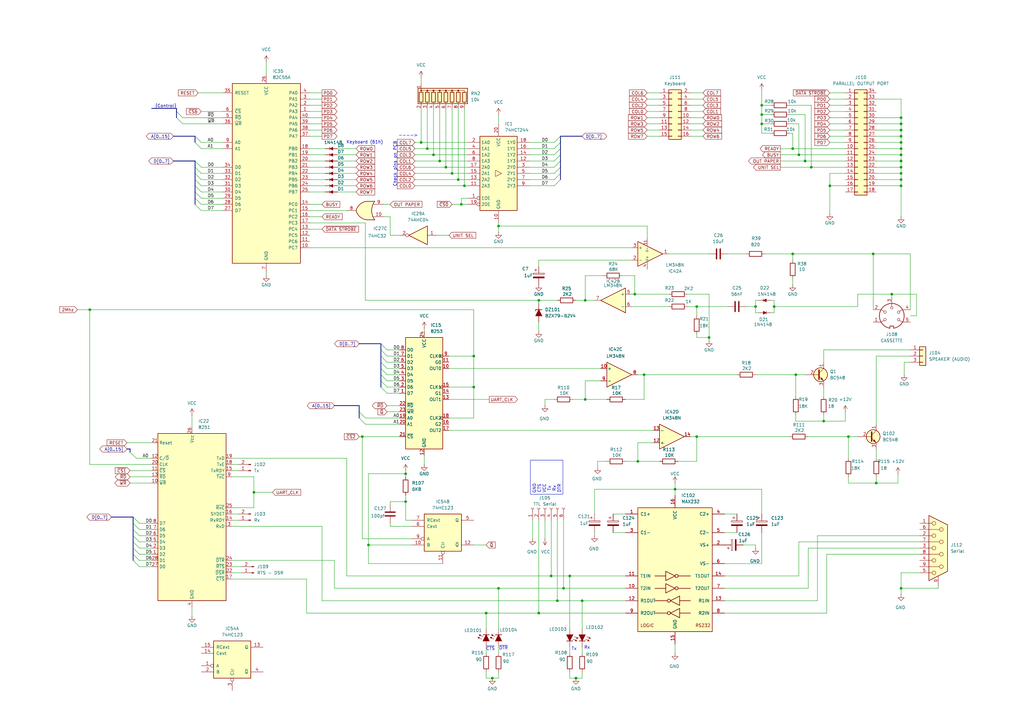
<source format=kicad_sch>
(kicad_sch (version 20250114) (generator "eeschema") (generator_version "9.0")
  (paper "A3")
  (title_block (title "IO External Keyboard") (date "2025-06-04") (rev "3"))
  (lib_symbols
    (symbol "74xx:74HCT244"
      (property "Reference" "U" (at -7.62 16.51 0))
      (property "Value" "74HCT244" (at -7.62 -16.51 0))
      (symbol "74HCT244_1_0"
        (pin input line (at -12.7 12.7 0) (length 5.08) (name "1A0") (number "2"))
        (pin input line (at -12.7 10.16 0) (length 5.08) (name "1A1") (number "4"))
        (pin input line (at -12.7 7.62 0) (length 5.08) (name "1A2") (number "6"))
        (pin input line (at -12.7 5.08 0) (length 5.08) (name "1A3") (number "8"))
        (pin input line (at -12.7 2.54 0) (length 5.08) (name "2A0") (number "17"))
        (pin input line (at -12.7 0 0) (length 5.08) (name "2A1") (number "15"))
        (pin input line (at -12.7 -2.54 0) (length 5.08) (name "2A2") (number "13"))
        (pin input line (at -12.7 -5.08 0) (length 5.08) (name "2A3") (number "11"))
        (pin input inverted (at -12.7 -10.16 0) (length 5.08) (name "1OE") (number "1"))
        (pin input inverted (at -12.7 -12.7 0) (length 5.08) (name "2OE") (number "19"))
        (pin power_in line (at 0 20.32 270) (length 5.08) (name "VCC") (number "20"))
        (pin power_in line (at 0 -20.32 90) (length 5.08) (name "GND") (number "10"))
        (pin tri_state line (at 12.7 12.7 180) (length 5.08) (name "1Y0") (number "18"))
        (pin tri_state line (at 12.7 10.16 180) (length 5.08) (name "1Y1") (number "16"))
        (pin tri_state line (at 12.7 7.62 180) (length 5.08) (name "1Y2") (number "14"))
        (pin tri_state line (at 12.7 5.08 180) (length 5.08) (name "1Y3") (number "12"))
        (pin tri_state line (at 12.7 2.54 180) (length 5.08) (name "2Y0") (number "3"))
        (pin tri_state line (at 12.7 0 180) (length 5.08) (name "2Y1") (number "5"))
        (pin tri_state line (at 12.7 -2.54 180) (length 5.08) (name "2Y2") (number "7"))
        (pin tri_state line (at 12.7 -5.08 180) (length 5.08) (name "2Y3") (number "9"))
      )
    )
    (symbol "74xx:74LS04"
      (property "Reference" "U" (at 0 1.27 0))
      (property "Value" "74LS04" (at 0 -1.27 0))
      (symbol "74LS04_1_0"
        (pin input line (at -7.62 0 0) (length 3.81) (name "~") (number "1"))
        (pin output inverted (at 7.62 0 180) (length 3.81) (name "~") (number "2"))
      )
      (symbol "74LS04_2_0"
        (pin input line (at -7.62 0 0) (length 3.81) (name "~") (number "3"))
        (pin output inverted (at 7.62 0 180) (length 3.81) (name "~") (number "4"))
      )
      (symbol "74LS04_3_0"
        (pin input line (at -7.62 0 0) (length 3.81) (name "~") (number "5"))
        (pin output inverted (at 7.62 0 180) (length 3.81) (name "~") (number "6"))
      )
      (symbol "74LS04_4_0"
        (pin input line (at -7.62 0 0) (length 3.81) (name "~") (number "9"))
        (pin output inverted (at 7.62 0 180) (length 3.81) (name "~") (number "8"))
      )
      (symbol "74LS04_5_0"
        (pin input line (at -7.62 0 0) (length 3.81) (name "~") (number "11"))
        (pin output inverted (at 7.62 0 180) (length 3.81) (name "~") (number "10"))
      )
      (symbol "74LS04_6_0"
        (pin input line (at -7.62 0 0) (length 3.81) (name "~") (number "13"))
        (pin output inverted (at 7.62 0 180) (length 3.81) (name "~") (number "12"))
      )
      (symbol "74LS04_7_0"
        (pin power_in line (at 0 12.7 270) (length 5.08) (name "VCC") (number "14"))
        (pin power_in line (at 0 -12.7 90) (length 5.08) (name "GND") (number "7"))
      )
    )
    (symbol "74xx:74LS123" (pin_names (offset 1.016))
      (property "Reference" "U" (at -7.62 8.89 0))
      (property "Value" "74LS123" (at -7.62 -8.89 0))
      (symbol "74LS123_1_0"
        (pin input line (at -12.7 5.08 0) (length 5.08) (name "RCext") (number "15"))
        (pin input line (at -12.7 2.54 0) (length 5.08) (name "Cext") (number "14"))
        (pin input inverted (at -12.7 -2.54 0) (length 5.08) (name "A") (number "1"))
        (pin input line (at -12.7 -5.08 0) (length 5.08) (name "B") (number "2"))
        (pin input inverted (at 0 -12.7 90) (length 5.08) (name "Clr") (number "3"))
        (pin output line (at 12.7 5.08 180) (length 5.08) (name "Q") (number "13"))
        (pin output line (at 12.7 -5.08 180) (length 5.08) (name "~{Q}") (number "4"))
      )
      (symbol "74LS123_2_0"
        (pin input line (at -12.7 5.08 0) (length 5.08) (name "RCext") (number "7"))
        (pin input line (at -12.7 2.54 0) (length 5.08) (name "Cext") (number "6"))
        (pin input inverted (at -12.7 -2.54 0) (length 5.08) (name "A") (number "9"))
        (pin input line (at -12.7 -5.08 0) (length 5.08) (name "B") (number "10"))
        (pin input inverted (at 0 -12.7 90) (length 5.08) (name "Clr") (number "11"))
        (pin output line (at 12.7 5.08 180) (length 5.08) (name "Q") (number "5"))
        (pin output line (at 12.7 -5.08 180) (length 5.08) (name "~{Q}") (number "12"))
      )
      (symbol "74LS123_3_0"
        (pin power_in line (at 0 12.7 270) (length 5.08) (name "VCC") (number "16"))
        (pin power_in line (at 0 -12.7 90) (length 5.08) (name "GND") (number "8"))
      )
    )
    (symbol "74xx:74LS32" (pin_names (offset 1.016))
      (property "Reference" "U" (at 0 1.27 0))
      (property "Value" "74LS32" (at 0 -1.27 0))
      (symbol "74LS32_1_1"
        (pin input line (at -7.62 2.54 0) (length 4.318) (name "~") (number "1"))
        (pin input line (at -7.62 -2.54 0) (length 4.318) (name "~") (number "2"))
        (pin output line (at 7.62 0 180) (length 3.81) (name "~") (number "3"))
      )
      (symbol "74LS32_1_2"
        (pin input inverted (at -7.62 2.54 0) (length 3.81) (name "~") (number "1"))
        (pin input inverted (at -7.62 -2.54 0) (length 3.81) (name "~") (number "2"))
        (pin output inverted (at 7.62 0 180) (length 3.81) (name "~") (number "3"))
      )
      (symbol "74LS32_2_1"
        (pin input line (at -7.62 2.54 0) (length 4.318) (name "~") (number "4"))
        (pin input line (at -7.62 -2.54 0) (length 4.318) (name "~") (number "5"))
        (pin output line (at 7.62 0 180) (length 3.81) (name "~") (number "6"))
      )
      (symbol "74LS32_2_2"
        (pin input inverted (at -7.62 2.54 0) (length 3.81) (name "~") (number "4"))
        (pin input inverted (at -7.62 -2.54 0) (length 3.81) (name "~") (number "5"))
        (pin output inverted (at 7.62 0 180) (length 3.81) (name "~") (number "6"))
      )
      (symbol "74LS32_3_1"
        (pin input line (at -7.62 2.54 0) (length 4.318) (name "~") (number "9"))
        (pin input line (at -7.62 -2.54 0) (length 4.318) (name "~") (number "10"))
        (pin output line (at 7.62 0 180) (length 3.81) (name "~") (number "8"))
      )
      (symbol "74LS32_3_2"
        (pin input inverted (at -7.62 2.54 0) (length 3.81) (name "~") (number "9"))
        (pin input inverted (at -7.62 -2.54 0) (length 3.81) (name "~") (number "10"))
        (pin output inverted (at 7.62 0 180) (length 3.81) (name "~") (number "8"))
      )
      (symbol "74LS32_4_1"
        (pin input line (at -7.62 2.54 0) (length 4.318) (name "~") (number "12"))
        (pin input line (at -7.62 -2.54 0) (length 4.318) (name "~") (number "13"))
        (pin output line (at 7.62 0 180) (length 3.81) (name "~") (number "11"))
      )
      (symbol "74LS32_4_2"
        (pin input inverted (at -7.62 2.54 0) (length 3.81) (name "~") (number "12"))
        (pin input inverted (at -7.62 -2.54 0) (length 3.81) (name "~") (number "13"))
        (pin output inverted (at 7.62 0 180) (length 3.81) (name "~") (number "11"))
      )
      (symbol "74LS32_5_0"
        (pin power_in line (at 0 12.7 270) (length 5.08) (name "VCC") (number "14"))
        (pin power_in line (at 0 -12.7 90) (length 5.08) (name "GND") (number "7"))
      )
    )
    (symbol "Connector:Conn_01x02_Pin" (pin_names (offset 1.016) (hide yes))
      (property "Reference" "J" (at 0 2.54 0))
      (property "Value" "Conn_01x02_Pin" (at 0 -5.08 0))
      (symbol "Conn_01x02_Pin_1_1"
        (pin passive line (at 5.08 0 180) (length 3.81) (name "Pin_1") (number "1"))
        (pin passive line (at 5.08 -2.54 180) (length 3.81) (name "Pin_2") (number "2"))
      )
    )
    (symbol "Connector:Conn_01x06_Socket" (pin_names (offset 1.016) (hide yes))
      (property "Reference" "J" (at 0 7.62 0))
      (property "Value" "Conn_01x06_Socket" (at 0 -10.16 0))
      (symbol "Conn_01x06_Socket_1_1"
        (pin passive line (at -5.08 5.08 0) (length 3.81) (name "Pin_1") (number "1"))
        (pin passive line (at -5.08 2.54 0) (length 3.81) (name "Pin_2") (number "2"))
        (pin passive line (at -5.08 0 0) (length 3.81) (name "Pin_3") (number "3"))
        (pin passive line (at -5.08 -2.54 0) (length 3.81) (name "Pin_4") (number "4"))
        (pin passive line (at -5.08 -5.08 0) (length 3.81) (name "Pin_5") (number "5"))
        (pin passive line (at -5.08 -7.62 0) (length 3.81) (name "Pin_6") (number "6"))
      )
    )
    (symbol "Connector:DE9_Receptacle_MountingHoles" (pin_names (offset 1.016) (hide yes))
      (property "Reference" "J" (at 0 16.51 0))
      (property "Value" "DE9_Receptacle_MountingHoles" (at 0 14.605 0))
      (symbol "DE9_Receptacle_MountingHoles_1_1"
        (pin passive line (at -7.62 10.16 0) (length 3.81) (name "1") (number "1"))
        (pin passive line (at -7.62 7.62 0) (length 3.81) (name "6") (number "6"))
        (pin passive line (at -7.62 5.08 0) (length 3.81) (name "2") (number "2"))
        (pin passive line (at -7.62 2.54 0) (length 3.81) (name "7") (number "7"))
        (pin passive line (at -7.62 0 0) (length 3.81) (name "3") (number "3"))
        (pin passive line (at -7.62 -2.54 0) (length 3.81) (name "8") (number "8"))
        (pin passive line (at -7.62 -5.08 0) (length 3.81) (name "4") (number "4"))
        (pin passive line (at -7.62 -7.62 0) (length 3.81) (name "9") (number "9"))
        (pin passive line (at -7.62 -10.16 0) (length 3.81) (name "5") (number "5"))
        (pin passive line (at 0 -15.24 90) (length 3.81) (name "PAD") (number "0"))
      )
    )
    (symbol "Connector:DIN-5" (pin_names (offset 1.016))
      (property "Reference" "J" (at 3.175 5.715 0))
      (property "Value" "DIN-5" (at 0 -6.35 0))
      (symbol "DIN-5_1_1"
        (pin passive line (at -7.62 2.54 0) (length 2.54) (name "~") (number "2"))
        (pin passive line (at -7.62 -2.54 0) (length 2.54) (name "~") (number "1"))
        (pin passive line (at 0 7.62 270) (length 2.54) (name "~") (number "3"))
        (pin passive line (at 7.62 2.54 180) (length 2.54) (name "~") (number "4"))
        (pin passive line (at 7.62 -2.54 180) (length 2.54) (name "~") (number "5"))
      )
    )
    (symbol "Connector_Generic:Conn_01x03" (pin_names (offset 1.016) (hide yes))
      (property "Reference" "J" (at 0 5.08 0))
      (property "Value" "Conn_01x03" (at 0 -5.08 0))
      (symbol "Conn_01x03_1_1"
        (pin passive line (at -5.08 2.54 0) (length 3.81) (name "Pin_1") (number "1"))
        (pin passive line (at -5.08 0 0) (length 3.81) (name "Pin_2") (number "2"))
        (pin passive line (at -5.08 -2.54 0) (length 3.81) (name "Pin_3") (number "3"))
      )
    )
    (symbol "Connector_Generic:Conn_02x08_Odd_Even" (pin_names (offset 1.016) (hide yes))
      (property "Reference" "J" (at 1.27 10.16 0))
      (property "Value" "Conn_02x08_Odd_Even" (at 1.27 -12.7 0))
      (symbol "Conn_02x08_Odd_Even_1_1"
        (pin passive line (at -5.08 7.62 0) (length 3.81) (name "Pin_1") (number "1"))
        (pin passive line (at -5.08 5.08 0) (length 3.81) (name "Pin_3") (number "3"))
        (pin passive line (at -5.08 2.54 0) (length 3.81) (name "Pin_5") (number "5"))
        (pin passive line (at -5.08 0 0) (length 3.81) (name "Pin_7") (number "7"))
        (pin passive line (at -5.08 -2.54 0) (length 3.81) (name "Pin_9") (number "9"))
        (pin passive line (at -5.08 -5.08 0) (length 3.81) (name "Pin_11") (number "11"))
        (pin passive line (at -5.08 -7.62 0) (length 3.81) (name "Pin_13") (number "13"))
        (pin passive line (at -5.08 -10.16 0) (length 3.81) (name "Pin_15") (number "15"))
        (pin passive line (at 7.62 7.62 180) (length 3.81) (name "Pin_2") (number "2"))
        (pin passive line (at 7.62 5.08 180) (length 3.81) (name "Pin_4") (number "4"))
        (pin passive line (at 7.62 2.54 180) (length 3.81) (name "Pin_6") (number "6"))
        (pin passive line (at 7.62 0 180) (length 3.81) (name "Pin_8") (number "8"))
        (pin passive line (at 7.62 -2.54 180) (length 3.81) (name "Pin_10") (number "10"))
        (pin passive line (at 7.62 -5.08 180) (length 3.81) (name "Pin_12") (number "12"))
        (pin passive line (at 7.62 -7.62 180) (length 3.81) (name "Pin_14") (number "14"))
        (pin passive line (at 7.62 -10.16 180) (length 3.81) (name "Pin_16") (number "16"))
      )
    )
    (symbol "Connector_Generic:Conn_02x17_Counter_Clockwise" (pin_names (offset 1.016) (hide yes))
      (property "Reference" "J" (at 1.27 22.86 0))
      (property "Value" "Conn_02x17_Counter_Clockwise" (at 1.27 -22.86 0))
      (symbol "Conn_02x17_Counter_Clockwise_1_1"
        (pin passive line (at -5.08 20.32 0) (length 3.81) (name "Pin_1") (number "1"))
        (pin passive line (at -5.08 17.78 0) (length 3.81) (name "Pin_2") (number "2"))
        (pin passive line (at -5.08 15.24 0) (length 3.81) (name "Pin_3") (number "3"))
        (pin passive line (at -5.08 12.7 0) (length 3.81) (name "Pin_4") (number "4"))
        (pin passive line (at -5.08 10.16 0) (length 3.81) (name "Pin_5") (number "5"))
        (pin passive line (at -5.08 7.62 0) (length 3.81) (name "Pin_6") (number "6"))
        (pin passive line (at -5.08 5.08 0) (length 3.81) (name "Pin_7") (number "7"))
        (pin passive line (at -5.08 2.54 0) (length 3.81) (name "Pin_8") (number "8"))
        (pin passive line (at -5.08 0 0) (length 3.81) (name "Pin_9") (number "9"))
        (pin passive line (at -5.08 -2.54 0) (length 3.81) (name "Pin_10") (number "10"))
        (pin passive line (at -5.08 -5.08 0) (length 3.81) (name "Pin_11") (number "11"))
        (pin passive line (at -5.08 -7.62 0) (length 3.81) (name "Pin_12") (number "12"))
        (pin passive line (at -5.08 -10.16 0) (length 3.81) (name "Pin_13") (number "13"))
        (pin passive line (at -5.08 -12.7 0) (length 3.81) (name "Pin_14") (number "14"))
        (pin passive line (at -5.08 -15.24 0) (length 3.81) (name "Pin_15") (number "15"))
        (pin passive line (at -5.08 -17.78 0) (length 3.81) (name "Pin_16") (number "16"))
        (pin passive line (at -5.08 -20.32 0) (length 3.81) (name "Pin_17") (number "17"))
        (pin passive line (at 7.62 20.32 180) (length 3.81) (name "Pin_34") (number "34"))
        (pin passive line (at 7.62 17.78 180) (length 3.81) (name "Pin_33") (number "33"))
        (pin passive line (at 7.62 15.24 180) (length 3.81) (name "Pin_32") (number "32"))
        (pin passive line (at 7.62 12.7 180) (length 3.81) (name "Pin_31") (number "31"))
        (pin passive line (at 7.62 10.16 180) (length 3.81) (name "Pin_30") (number "30"))
        (pin passive line (at 7.62 7.62 180) (length 3.81) (name "Pin_29") (number "29"))
        (pin passive line (at 7.62 5.08 180) (length 3.81) (name "Pin_28") (number "28"))
        (pin passive line (at 7.62 2.54 180) (length 3.81) (name "Pin_27") (number "27"))
        (pin passive line (at 7.62 0 180) (length 3.81) (name "Pin_26") (number "26"))
        (pin passive line (at 7.62 -2.54 180) (length 3.81) (name "Pin_25") (number "25"))
        (pin passive line (at 7.62 -5.08 180) (length 3.81) (name "Pin_24") (number "24"))
        (pin passive line (at 7.62 -7.62 180) (length 3.81) (name "Pin_23") (number "23"))
        (pin passive line (at 7.62 -10.16 180) (length 3.81) (name "Pin_22") (number "22"))
        (pin passive line (at 7.62 -12.7 180) (length 3.81) (name "Pin_21") (number "21"))
        (pin passive line (at 7.62 -15.24 180) (length 3.81) (name "Pin_20") (number "20"))
        (pin passive line (at 7.62 -17.78 180) (length 3.81) (name "Pin_19") (number "19"))
        (pin passive line (at 7.62 -20.32 180) (length 3.81) (name "Pin_18") (number "18"))
      )
    )
    (symbol "Device:R" (pin_numbers (hide yes)) (pin_names (offset 0))
      (property "Reference" "R" (at 2.032 0 90))
      (property "Value" "R" (at 0 0 90))
      (symbol "R_1_1"
        (pin passive line (at 0 3.81 270) (length 1.27) (name "~") (number "1"))
        (pin passive line (at 0 -3.81 90) (length 1.27) (name "~") (number "2"))
      )
    )
    (symbol "Device:R_Network08" (pin_names (offset 0) (hide yes))
      (property "Reference" "RN" (at -12.7 0 90))
      (property "Value" "R_Network08" (at 10.16 0 90))
      (symbol "R_Network08_1_1"
        (pin passive line (at -10.16 5.08 270) (length 2.54) (name "common") (number "1"))
        (pin passive line (at -10.16 -5.08 90) (length 1.27) (name "R1") (number "2"))
        (pin passive line (at -7.62 -5.08 90) (length 1.27) (name "R2") (number "3"))
        (pin passive line (at -5.08 -5.08 90) (length 1.27) (name "R3") (number "4"))
        (pin passive line (at -2.54 -5.08 90) (length 1.27) (name "R4") (number "5"))
        (pin passive line (at 0 -5.08 90) (length 1.27) (name "R5") (number "6"))
        (pin passive line (at 2.54 -5.08 90) (length 1.27) (name "R6") (number "7"))
        (pin passive line (at 5.08 -5.08 90) (length 1.27) (name "R7") (number "8"))
        (pin passive line (at 7.62 -5.08 90) (length 1.27) (name "R8") (number "9"))
      )
    )
    (symbol "Excalibur:8251"
      (property "Reference" "IC" (at 3.81 38.608 0))
      (property "Value" "8251" (at 4.572 35.56 0))
      (symbol "8251_1_1"
        (pin input line (at -16.51 30.48 0) (length 2.54) (name "Reset") (number "21"))
        (pin input line (at -16.51 24.13 0) (length 2.54) (name "C/~{D}") (number "12"))
        (pin input line (at -16.51 21.59 0) (length 2.54) (name "CLK") (number "20"))
        (pin input line (at -16.51 19.05 0) (length 2.54) (name "~{CS}") (number "11"))
        (pin input line (at -16.51 16.51 0) (length 2.54) (name "~{RD}") (number "13"))
        (pin input line (at -16.51 13.97 0) (length 2.54) (name "~{WR}") (number "10"))
        (pin bidirectional line (at -16.51 -2.54 0) (length 2.54) (name "D7") (number "8"))
        (pin bidirectional line (at -16.51 -5.08 0) (length 2.54) (name "D6") (number "7"))
        (pin bidirectional line (at -16.51 -7.62 0) (length 2.54) (name "D5") (number "6"))
        (pin bidirectional line (at -16.51 -10.16 0) (length 2.54) (name "D4") (number "5"))
        (pin bidirectional line (at -16.51 -12.7 0) (length 2.54) (name "D3") (number "2"))
        (pin bidirectional line (at -16.51 -15.24 0) (length 2.54) (name "D2") (number "1"))
        (pin bidirectional line (at -16.51 -17.78 0) (length 2.54) (name "D1") (number "28"))
        (pin bidirectional line (at -16.51 -20.32 0) (length 2.54) (name "D0") (number "27"))
        (pin power_in line (at 0 36.83 270) (length 2.54) (name "Vcc") (number "26"))
        (pin power_in line (at 0 -36.83 90) (length 2.54) (name "GND") (number "4"))
        (pin output line (at 16.51 24.13 180) (length 2.54) (name "TxD") (number "19"))
        (pin output line (at 16.51 21.59 180) (length 2.54) (name "TxE") (number "18"))
        (pin output line (at 16.51 19.05 180) (length 2.54) (name "TxRDY") (number "15"))
        (pin input line (at 16.51 16.51 180) (length 2.54) (name "~{TxC}") (number "9"))
        (pin output line (at 16.51 3.81 180) (length 2.54) (name "~{RxC}") (number "25"))
        (pin bidirectional line (at 16.51 1.27 180) (length 2.54) (name "SYDET") (number "16"))
        (pin output line (at 16.51 -1.27 180) (length 2.54) (name "RxRDY") (number "14"))
        (pin input line (at 16.51 -3.81 180) (length 2.54) (name "RxD") (number "3"))
        (pin output line (at 16.51 -17.78 180) (length 2.54) (name "~{DTR}") (number "24"))
        (pin output line (at 16.51 -20.32 180) (length 2.54) (name "~{RTS}") (number "23"))
        (pin input line (at 16.51 -22.86 180) (length 2.54) (name "~{DSR}") (number "22"))
        (pin input line (at 16.51 -25.4 180) (length 2.54) (name "~{CTS}") (number "17"))
      )
    )
    (symbol "Interface:82C55A" (pin_names (offset 1.016))
      (property "Reference" "U" (at -13.97 38.1 0))
      (property "Value" "82C55A" (at 8.89 38.1 0))
      (symbol "82C55A_1_1"
        (pin input line (at -17.78 33.02 0) (length 3.81) (name "RESET") (number "35"))
        (pin input line (at -17.78 25.4 0) (length 3.81) (name "~{CS}") (number "6"))
        (pin input line (at -17.78 22.86 0) (length 3.81) (name "~{RD}") (number "5"))
        (pin input line (at -17.78 20.32 0) (length 3.81) (name "~{WR}") (number "36"))
        (pin input line (at -17.78 12.7 0) (length 3.81) (name "A0") (number "9"))
        (pin input line (at -17.78 10.16 0) (length 3.81) (name "A1") (number "8"))
        (pin bidirectional line (at -17.78 2.54 0) (length 3.81) (name "D0") (number "34"))
        (pin bidirectional line (at -17.78 0 0) (length 3.81) (name "D1") (number "33"))
        (pin bidirectional line (at -17.78 -2.54 0) (length 3.81) (name "D2") (number "32"))
        (pin bidirectional line (at -17.78 -5.08 0) (length 3.81) (name "D3") (number "31"))
        (pin bidirectional line (at -17.78 -7.62 0) (length 3.81) (name "D4") (number "30"))
        (pin bidirectional line (at -17.78 -10.16 0) (length 3.81) (name "D5") (number "29"))
        (pin bidirectional line (at -17.78 -12.7 0) (length 3.81) (name "D6") (number "28"))
        (pin bidirectional line (at -17.78 -15.24 0) (length 3.81) (name "D7") (number "27"))
        (pin power_in line (at 0 40.64 270) (length 3.81) (name "VCC") (number "26"))
        (pin power_in line (at 0 -40.64 90) (length 3.81) (name "GND") (number "7"))
        (pin bidirectional line (at 17.78 33.02 180) (length 3.81) (name "PA0") (number "4"))
        (pin bidirectional line (at 17.78 30.48 180) (length 3.81) (name "PA1") (number "3"))
        (pin bidirectional line (at 17.78 27.94 180) (length 3.81) (name "PA2") (number "2"))
        (pin bidirectional line (at 17.78 25.4 180) (length 3.81) (name "PA3") (number "1"))
        (pin bidirectional line (at 17.78 22.86 180) (length 3.81) (name "PA4") (number "40"))
        (pin bidirectional line (at 17.78 20.32 180) (length 3.81) (name "PA5") (number "39"))
        (pin bidirectional line (at 17.78 17.78 180) (length 3.81) (name "PA6") (number "38"))
        (pin bidirectional line (at 17.78 15.24 180) (length 3.81) (name "PA7") (number "37"))
        (pin bidirectional line (at 17.78 10.16 180) (length 3.81) (name "PB0") (number "18"))
        (pin bidirectional line (at 17.78 7.62 180) (length 3.81) (name "PB1") (number "19"))
        (pin bidirectional line (at 17.78 5.08 180) (length 3.81) (name "PB2") (number "20"))
        (pin bidirectional line (at 17.78 2.54 180) (length 3.81) (name "PB3") (number "21"))
        (pin bidirectional line (at 17.78 0 180) (length 3.81) (name "PB4") (number "22"))
        (pin bidirectional line (at 17.78 -2.54 180) (length 3.81) (name "PB5") (number "23"))
        (pin bidirectional line (at 17.78 -5.08 180) (length 3.81) (name "PB6") (number "24"))
        (pin bidirectional line (at 17.78 -7.62 180) (length 3.81) (name "PB7") (number "25"))
        (pin bidirectional line (at 17.78 -12.7 180) (length 3.81) (name "PC0") (number "14"))
        (pin bidirectional line (at 17.78 -15.24 180) (length 3.81) (name "PC1") (number "15"))
        (pin bidirectional line (at 17.78 -17.78 180) (length 3.81) (name "PC2") (number "16"))
        (pin bidirectional line (at 17.78 -20.32 180) (length 3.81) (name "PC3") (number "17"))
        (pin bidirectional line (at 17.78 -22.86 180) (length 3.81) (name "PC4") (number "13"))
        (pin bidirectional line (at 17.78 -25.4 180) (length 3.81) (name "PC5") (number "12"))
        (pin bidirectional line (at 17.78 -27.94 180) (length 3.81) (name "PC6") (number "11"))
        (pin bidirectional line (at 17.78 -30.48 180) (length 3.81) (name "PC7") (number "10"))
      )
    )
    (symbol "Interface_UART:MAX232" (pin_names (offset 1.016))
      (property "Reference" "U" (at -2.54 28.575 0))
      (property "Value" "MAX232" (at -2.54 26.67 0))
      (symbol "MAX232_0_0"
        (text "LOGIC" (at -11.43 -22.86 0) (effects (font (size 1.27 1.27))))
        (text "RS232" (at 11.43 -22.86 0) (effects (font (size 1.27 1.27))))
      )
      (symbol "MAX232_1_1"
        (pin passive line (at -20.32 22.86 0) (length 5.08) (name "C1+") (number "1"))
        (pin passive line (at -20.32 15.24 0) (length 5.08) (name "C1-") (number "3"))
        (pin input line (at -20.32 -2.54 0) (length 5.08) (name "T1IN") (number "11"))
        (pin input line (at -20.32 -7.62 0) (length 5.08) (name "T2IN") (number "10"))
        (pin output line (at -20.32 -12.7 0) (length 5.08) (name "R1OUT") (number "12"))
        (pin output line (at -20.32 -17.78 0) (length 5.08) (name "R2OUT") (number "9"))
        (pin power_in line (at 0 30.48 270) (length 5.08) (name "VCC") (number "16"))
        (pin power_in line (at 0 -30.48 90) (length 5.08) (name "GND") (number "15"))
        (pin passive line (at 20.32 22.86 180) (length 5.08) (name "C2+") (number "4"))
        (pin passive line (at 20.32 15.24 180) (length 5.08) (name "C2-") (number "5"))
        (pin power_out line (at 20.32 10.16 180) (length 5.08) (name "VS+") (number "2"))
        (pin power_out line (at 20.32 2.54 180) (length 5.08) (name "VS-") (number "6"))
        (pin output line (at 20.32 -2.54 180) (length 5.08) (name "T1OUT") (number "14"))
        (pin output line (at 20.32 -7.62 180) (length 5.08) (name "T2OUT") (number "7"))
        (pin input line (at 20.32 -12.7 180) (length 5.08) (name "R1IN") (number "13"))
        (pin input line (at 20.32 -17.78 180) (length 5.08) (name "R2IN") (number "8"))
      )
    )
    (symbol "PCM_Amplifier_Operational_AKL:LM348N" (pin_names (offset 0.2))
      (property "Reference" "U" (at 1.27 6.35 0))
      (property "Value" "LM348N" (at 1.27 3.81 0))
      (symbol "LM348N_1_1"
        (pin input line (at -6.35 2.54 0) (length 2.54) (name "-") (number "2"))
        (pin input line (at -6.35 -2.54 0) (length 2.54) (name "+") (number "3"))
        (pin power_in line (at 0 6.35 270) (length 3.18) (name "V+") (number "4"))
        (pin power_in line (at 0 -6.35 90) (length 3.18) (name "V-") (number "11"))
        (pin output line (at 8.89 0 180) (length 2.54) (name "~") (number "1"))
      )
      (symbol "LM348N_2_1"
        (pin input line (at -6.35 2.54 0) (length 2.54) (name "-") (number "6"))
        (pin input line (at -6.35 -2.54 0) (length 2.54) (name "+") (number "5"))
        (pin output line (at 8.89 0 180) (length 2.54) (name "~") (number "7"))
      )
      (symbol "LM348N_3_1"
        (pin input line (at -6.35 2.54 0) (length 2.54) (name "-") (number "9"))
        (pin input line (at -6.35 -2.54 0) (length 2.54) (name "+") (number "10"))
        (pin output line (at 8.89 0 180) (length 2.54) (name "~") (number "8"))
      )
      (symbol "LM348N_4_1"
        (pin input line (at -6.35 2.54 0) (length 2.54) (name "-") (number "13"))
        (pin input line (at -6.35 -2.54 0) (length 2.54) (name "+") (number "12"))
        (pin output line (at 8.89 0 180) (length 2.54) (name "~") (number "14"))
      )
    )
    (symbol "PCM_Capacitor_AKL:CP_Radial_D6.3mm_P2.50mm" (pin_numbers (hide yes)) (pin_names (offset 0.254))
      (property "Reference" "C" (at 0.635 2.54 0))
      (property "Value" "CP_Radial_D6.3mm_P2.50mm" (at 0.635 -2.54 0))
      (symbol "CP_Radial_D6.3mm_P2.50mm_1_1"
        (pin passive line (at 0 3.81 270) (length 2.794) (name "~") (number "1"))
        (pin passive line (at 0 -3.81 90) (length 2.794) (name "~") (number "2"))
      )
      (symbol "CP_Radial_D6.3mm_P2.50mm_1_2"
        (pin passive line (at -2.54 -2.54 90) (length 0) (name "~") (number "2"))
        (pin passive line (at 2.54 2.54 270) (length 0) (name "~") (number "1"))
      )
    )
    (symbol "PCM_Capacitor_AKL:C_Bipolar_D6.3mm_H5.0mm_P2.50mm" (pin_numbers (hide yes)) (pin_names (offset 0.254))
      (property "Reference" "C" (at 0.635 2.54 0))
      (property "Value" "C_Bipolar_D6.3mm_H5.0mm_P2.50mm" (at 0.635 -2.54 0))
      (symbol "C_Bipolar_D6.3mm_H5.0mm_P2.50mm_1_1"
        (pin passive line (at 0 3.81 270) (length 2.794) (name "~") (number "1"))
        (pin passive line (at 0 -3.81 90) (length 2.794) (name "~") (number "2"))
      )
      (symbol "C_Bipolar_D6.3mm_H5.0mm_P2.50mm_1_2"
        (pin passive line (at -2.54 -2.54 90) (length 0) (name "~") (number "2"))
        (pin passive line (at 2.54 2.54 270) (length 0) (name "~") (number "1"))
      )
    )
    (symbol "PCM_Capacitor_AKL:C_Disc_D3.8mm_W2.6mm_P2.50mm" (pin_numbers (hide yes)) (pin_names (offset 0.254))
      (property "Reference" "C" (at 0.635 2.54 0))
      (property "Value" "C_Disc_D3.8mm_W2.6mm_P2.50mm" (at 0.635 -2.54 0))
      (symbol "C_Disc_D3.8mm_W2.6mm_P2.50mm_1_1"
        (pin passive line (at 0 3.81 270) (length 2.794) (name "~") (number "1"))
        (pin passive line (at 0 -3.81 90) (length 2.794) (name "~") (number "2"))
      )
      (symbol "C_Disc_D3.8mm_W2.6mm_P2.50mm_1_2"
        (pin passive line (at -2.54 -2.54 90) (length 0) (name "~") (number "2"))
        (pin passive line (at 2.54 2.54 270) (length 0) (name "~") (number "1"))
      )
    )
    (symbol "PCM_Capacitor_AKL:C_Generic" (pin_numbers (hide yes)) (pin_names (offset 0.254))
      (property "Reference" "C" (at 3.175 1.27 0))
      (property "Value" "C_Generic" (at 3.175 -1.27 0))
      (symbol "C_Generic_1_1"
        (pin passive line (at 0 3.81 270) (length 2.794) (name "~") (number "1"))
        (pin passive line (at 0 -3.81 90) (length 2.794) (name "~") (number "2"))
      )
      (symbol "C_Generic_1_2"
        (pin passive line (at -2.54 -2.54 90) (length 0) (name "~") (number "2"))
        (pin passive line (at 2.54 2.54 270) (length 0) (name "~") (number "1"))
      )
    )
    (symbol "PCM_Diode_Zener_AKL:BZX79-B2V4" (pin_numbers (hide yes)) (pin_names (offset 1.016) (hide yes))
      (property "Reference" "DZ" (at 0 7.62 0))
      (property "Value" "BZX79-B2V4" (at 0 5.08 0))
      (symbol "BZX79-B2V4_1_1"
        (pin passive line (at -3.81 0 0) (length 2.54) (name "A") (number "2"))
        (pin passive line (at 3.81 0 180) (length 2.54) (name "K") (number "1"))
      )
      (symbol "BZX79-B2V4_1_2"
        (pin passive line (at -2.54 -2.54 0) (length 0) (name "A") (number "2"))
        (pin passive line (at 2.54 2.54 180) (length 0) (name "K") (number "1"))
      )
    )
    (symbol "PCM_LED_AKL:LED_3mm" (pin_numbers (hide yes)) (pin_names (offset 1.016) (hide yes))
      (property "Reference" "LED" (at 0 7.62 0))
      (property "Value" "LED_3mm" (at 0 5.08 0))
      (symbol "LED_3mm_1_1"
        (pin passive line (at -3.81 0 0) (length 2.54) (name "A") (number "2"))
        (pin passive line (at 3.81 0 180) (length 2.54) (name "K") (number "1"))
      )
      (symbol "LED_3mm_1_2"
        (pin passive line (at -2.54 -2.54 0) (length 0) (name "A") (number "2"))
        (pin passive line (at 2.54 2.54 180) (length 0) (name "K") (number "1"))
      )
    )
    (symbol "PCM_Transistor_BJT_AKL:BC548" (pin_names (hide yes))
      (property "Reference" "Q" (at 5.08 1.27 0))
      (property "Value" "BC548" (at 5.08 -1.27 0))
      (symbol "BC548_1_1"
        (pin input line (at -5.08 0 0) (length 5.715) (name "B") (number "2"))
        (pin passive line (at 2.54 5.08 270) (length 2.54) (name "C") (number "1"))
        (pin passive line (at 2.54 -5.08 90) (length 2.54) (name "E") (number "3"))
      )
    )
    (symbol "Timer:8253"
      (property "Reference" "U" (at -5.08 24.13 0))
      (property "Value" "8253" (at 2.54 24.13 0))
      (symbol "8253_1_1"
        (pin bidirectional line (at -10.16 17.78 0) (length 2.54) (name "D0") (number "8"))
        (pin bidirectional line (at -10.16 15.24 0) (length 2.54) (name "D1") (number "7"))
        (pin bidirectional line (at -10.16 12.7 0) (length 2.54) (name "D2") (number "6"))
        (pin bidirectional line (at -10.16 10.16 0) (length 2.54) (name "D3") (number "5"))
        (pin bidirectional line (at -10.16 7.62 0) (length 2.54) (name "D4") (number "4"))
        (pin bidirectional line (at -10.16 5.08 0) (length 2.54) (name "D5") (number "3"))
        (pin bidirectional line (at -10.16 2.54 0) (length 2.54) (name "D6") (number "2"))
        (pin bidirectional line (at -10.16 0 0) (length 2.54) (name "D7") (number "1"))
        (pin input line (at -10.16 -5.08 0) (length 2.54) (name "~{RD}") (number "22"))
        (pin input line (at -10.16 -7.62 0) (length 2.54) (name "~{WR}") (number "23"))
        (pin input line (at -10.16 -10.16 0) (length 2.54) (name "A0") (number "19"))
        (pin input line (at -10.16 -12.7 0) (length 2.54) (name "A1") (number "20"))
        (pin input line (at -10.16 -17.78 0) (length 2.54) (name "~{CS}") (number "21"))
        (pin power_in line (at 0 25.4 270) (length 2.54) (name "VCC") (number "24"))
        (pin power_in line (at 0 -25.4 90) (length 2.54) (name "GND") (number "12"))
        (pin input clock (at 10.16 15.24 180) (length 2.54) (name "CLK0") (number "9"))
        (pin input line (at 10.16 12.7 180) (length 2.54) (name "G0") (number "11"))
        (pin output line (at 10.16 10.16 180) (length 2.54) (name "OUT0") (number "10"))
        (pin input clock (at 10.16 2.54 180) (length 2.54) (name "CLK1") (number "15"))
        (pin input line (at 10.16 0 180) (length 2.54) (name "G1") (number "14"))
        (pin output line (at 10.16 -2.54 180) (length 2.54) (name "OUT1") (number "13"))
        (pin input clock (at 10.16 -10.16 180) (length 2.54) (name "CLK2") (number "18"))
        (pin input line (at 10.16 -12.7 180) (length 2.54) (name "G2") (number "16"))
        (pin output line (at 10.16 -15.24 180) (length 2.54) (name "OUT2") (number "17"))
      )
    )
    (symbol "artemisa:1N4448" (pin_numbers (hide yes)) (pin_names (offset 1.016))
      (property "Reference" "D" (at 0 1.905 0))
      (property "Value" "1N4448" (at 0 -1.905 0))
      (symbol "1N4448_1_1"
        (pin passive line (at -2.54 0 0) (length 1.905) (name "~") (number "1"))
        (pin passive line (at 2.54 0 180) (length 1.905) (name "~") (number "2"))
      )
    )
    (symbol "power:+12V" (power) (pin_numbers (hide yes)) (pin_names (offset 0) (hide yes))
      (property "Value" "+12V" (at 0 3.556 0))
      (symbol "+12V_1_1"
        (pin power_in line (at 0 0 90) (length 0) (name "~") (number "1"))
      )
    )
    (symbol "power:GND" (power) (pin_numbers (hide yes)) (pin_names (offset 0) (hide yes))
      (property "Value" "GND" (at 0 -3.81 0))
      (symbol "GND_1_1"
        (pin power_in line (at 0 0 270) (length 0) (name "~") (number "1"))
      )
    )
    (symbol "power:VCC" (power) (pin_numbers (hide yes)) (pin_names (offset 0) (hide yes))
      (property "Value" "VCC" (at 0 3.556 0))
      (symbol "VCC_1_1"
        (pin power_in line (at 0 0 90) (length 0) (name "~") (number "1"))
      )
    )
  )
  (rectangle (start 217.551 188.722) (end 230.886 202.692))
  (text "Tx" (at 235.458 266.192 0) (effects (font (size 1.27 1.27))))
  (text "Check pins on PCB" (at 162.052 67.31 90) (effects (font (size 1.27 1.27))))
  (text "~{DTR}\n" (at 206.502 265.938 0) (effects (font (size 1.27 1.27))))
  (text "Keyboard (61h)" (at 149.606 58.42 0) (effects (font (size 1.27 1.27))))
  (text "---->" (at 167.386 55.626 0) (effects (font (size 1.27 1.27))))
  (text "Rx" (at 240.792 265.684 0) (effects (font (size 1.27 1.27))))
  (text "GND\nCTS\nVCC\nTx\nRx\nDTR" (at 224.282 200.406 90) (effects (font (size 1.27 1.27))))
  (text "~{CTS}" (at 201.168 266.192 0) (effects (font (size 1.27 1.27))))
  (junction (at 238.76 246.38))
  (junction (at 317.5 125.73))
  (junction (at 260.35 120.65))
  (junction (at 365.76 120.65))
  (junction (at 172.72 58.42))
  (junction (at 312.42 43.18))
  (junction (at 194.31 158.75))
  (junction (at 358.14 104.14))
  (junction (at 264.16 153.67))
  (junction (at 369.57 55.88))
  (junction (at 187.96 73.66))
  (junction (at 148.59 179.07))
  (junction (at 369.57 68.58))
  (junction (at 325.12 104.14))
  (junction (at 369.57 71.12))
  (junction (at 204.47 241.3))
  (junction (at 204.47 92.71))
  (junction (at 104.14 201.93))
  (junction (at 369.57 76.2))
  (junction (at 369.57 53.34))
  (junction (at 177.8 63.5))
  (junction (at 189.23 83.82))
  (junction (at 325.12 60.96))
  (junction (at 231.14 241.3))
  (junction (at 182.88 68.58))
  (junction (at 236.22 278.13))
  (junction (at 220.98 123.19))
  (junction (at 332.74 68.58))
  (junction (at 369.57 73.66))
  (junction (at 166.37 205.74))
  (junction (at 166.37 194.31))
  (junction (at 220.98 251.46))
  (junction (at 240.03 163.83))
  (junction (at 175.26 60.96))
  (junction (at 276.86 200.66))
  (junction (at 228.6 246.38))
  (junction (at 151.13 223.52))
  (junction (at 261.62 189.23))
  (junction (at 36.83 127))
  (junction (at 340.36 76.2))
  (junction (at 369.57 58.42))
  (junction (at 337.82 172.72))
  (junction (at 226.06 236.22))
  (junction (at 369.57 60.96))
  (junction (at 330.2 66.04))
  (junction (at 347.98 179.07))
  (junction (at 190.5 76.2))
  (junction (at 285.75 125.73))
  (junction (at 369.57 66.04))
  (junction (at 359.41 198.12))
  (junction (at 369.57 241.3))
  (junction (at 290.83 138.43))
  (junction (at 312.42 46.99))
  (junction (at 369.57 50.8))
  (junction (at 240.03 123.19))
  (junction (at 369.57 48.26))
  (junction (at 180.34 66.04))
  (junction (at 326.39 153.67))
  (junction (at 369.57 63.5))
  (junction (at 309.88 125.73))
  (junction (at 194.31 146.05))
  (junction (at 201.93 278.13))
  (junction (at 185.42 71.12))
  (junction (at 199.39 251.46))
  (junction (at 285.75 179.07))
  (junction (at 312.42 50.8))
  (junction (at 327.66 63.5))
  (junction (at 233.68 236.22))
  (bus_entry (at 80.01 76.2) (size 2.54 2.54))
  (bus_entry (at 156.21 143.51) (size 2.54 2.54))
  (bus_entry (at 72.39 48.26) (size 2.54 2.54))
  (bus_entry (at 80.01 68.58) (size 2.54 2.54))
  (bus_entry (at 229.87 58.42) (size -2.54 2.54))
  (bus_entry (at 156.21 140.97) (size 2.54 2.54))
  (bus_entry (at 229.87 73.66) (size -2.54 2.54))
  (bus_entry (at 80.01 58.42) (size 2.54 2.54))
  (bus_entry (at 229.87 68.58) (size -2.54 2.54))
  (bus_entry (at 80.01 83.82) (size 2.54 2.54))
  (bus_entry (at 54.61 229.87) (size 2.54 2.54))
  (bus_entry (at 80.01 78.74) (size 2.54 2.54))
  (bus_entry (at 53.34 185.42) (size 2.54 2.54))
  (bus_entry (at 54.61 214.63) (size 2.54 2.54))
  (bus_entry (at 229.87 71.12) (size -2.54 2.54))
  (bus_entry (at 156.21 151.13) (size 2.54 2.54))
  (bus_entry (at 72.39 45.72) (size 2.54 2.54))
  (bus_entry (at 229.87 55.88) (size -2.54 2.54))
  (bus_entry (at 54.61 227.33) (size 2.54 2.54))
  (bus_entry (at 147.32 171.45) (size 2.54 2.54))
  (bus_entry (at 54.61 219.71) (size 2.54 2.54))
  (bus_entry (at 156.21 156.21) (size 2.54 2.54))
  (bus_entry (at 229.87 60.96) (size -2.54 2.54))
  (bus_entry (at 54.61 212.09) (size 2.54 2.54))
  (bus_entry (at 147.32 168.91) (size 2.54 2.54))
  (bus_entry (at 156.21 153.67) (size 2.54 2.54))
  (bus_entry (at 229.87 63.5) (size -2.54 2.54))
  (bus_entry (at 80.01 73.66) (size 2.54 2.54))
  (bus_entry (at 156.21 146.05) (size 2.54 2.54))
  (bus_entry (at 156.21 148.59) (size 2.54 2.54))
  (bus_entry (at 54.61 224.79) (size 2.54 2.54))
  (bus_entry (at 80.01 81.28) (size 2.54 2.54))
  (bus_entry (at 229.87 66.04) (size -2.54 2.54))
  (bus_entry (at 80.01 55.88) (size 2.54 2.54))
  (bus_entry (at 54.61 217.17) (size 2.54 2.54))
  (bus_entry (at 54.61 222.25) (size 2.54 2.54))
  (bus_entry (at 80.01 66.04) (size 2.54 2.54))
  (bus_entry (at 80.01 71.12) (size 2.54 2.54))
  (bus_entry (at 156.21 158.75) (size 2.54 2.54))
  (wire (pts (xy 312.42 46.99) (xy 316.23 46.99)))
  (wire (pts (xy 220.98 251.46) (xy 256.54 251.46)))
  (wire (pts (xy 264.16 153.67) (xy 264.16 163.83)))
  (wire (pts (xy 283.21 179.07) (xy 285.75 179.07)))
  (wire (pts (xy 346.71 172.72) (xy 346.71 168.91)))
  (wire (pts (xy 290.83 138.43) (xy 290.83 120.65)))
  (wire (pts (xy 170.18 73.66) (xy 187.96 73.66)))
  (wire (pts (xy 127 55.88) (xy 132.08 55.88)))
  (wire (pts (xy 149.86 173.99) (xy 163.83 173.99)))
  (wire (pts (xy 53.34 195.58) (xy 62.23 195.58)))
  (bus (pts (xy 156.21 146.05) (xy 156.21 143.51)))
  (wire (pts (xy 283.21 53.34) (xy 288.29 53.34)))
  (wire (pts (xy 74.93 50.8) (xy 91.44 50.8)))
  (bus (pts (xy 72.39 44.45) (xy 62.23 44.45)))
  (wire (pts (xy 170.18 66.04) (xy 180.34 66.04)))
  (wire (pts (xy 265.43 97.79) (xy 265.43 92.71)))
  (wire (pts (xy 138.43 63.5) (xy 146.05 63.5)))
  (wire (pts (xy 57.15 224.79) (xy 62.23 224.79)))
  (bus (pts (xy 147.32 168.91) (xy 147.32 166.37)))
  (wire (pts (xy 158.75 143.51) (xy 163.83 143.51)))
  (wire (pts (xy 168.91 213.36) (xy 166.37 213.36)))
  (wire (pts (xy 297.18 246.38) (xy 335.28 246.38)))
  (wire (pts (xy 340.36 50.8) (xy 346.71 50.8)))
  (wire (pts (xy 173.99 134.62) (xy 173.99 135.89)))
  (wire (pts (xy 365.76 120.65) (xy 365.76 121.92)))
  (wire (pts (xy 168.91 223.52) (xy 151.13 223.52)))
  (wire (pts (xy 309.88 123.19) (xy 311.15 123.19)))
  (wire (pts (xy 158.75 161.29) (xy 163.83 161.29)))
  (wire (pts (xy 127 101.6) (xy 259.08 101.6)))
  (wire (pts (xy 260.35 120.65) (xy 274.32 120.65)))
  (wire (pts (xy 189.23 83.82) (xy 191.77 83.82)))
  (wire (pts (xy 233.68 275.59) (xy 233.68 278.13)))
  (wire (pts (xy 184.15 146.05) (xy 194.31 146.05)))
  (wire (pts (xy 259.08 106.68) (xy 220.98 106.68)))
  (wire (pts (xy 325.12 114.3) (xy 325.12 116.84)))
  (wire (pts (xy 369.57 40.64) (xy 369.57 48.26)))
  (wire (pts (xy 190.5 76.2) (xy 191.77 76.2)))
  (wire (pts (xy 151.13 194.31) (xy 166.37 194.31)))
  (wire (pts (xy 285.75 125.73) (xy 298.45 125.73)))
  (wire (pts (xy 166.37 205.74) (xy 166.37 203.2)))
  (bus (pts (xy 156.21 153.67) (xy 156.21 151.13)))
  (wire (pts (xy 175.26 60.96) (xy 191.77 60.96)))
  (wire (pts (xy 127 48.26) (xy 132.08 48.26)))
  (wire (pts (xy 240.03 113.03) (xy 240.03 123.19)))
  (wire (pts (xy 261.62 153.67) (xy 264.16 153.67)))
  (wire (pts (xy 283.21 38.1) (xy 288.29 38.1)))
  (wire (pts (xy 347.98 179.07) (xy 347.98 187.96)))
  (bus (pts (xy 147.32 171.45) (xy 147.32 168.91)))
  (wire (pts (xy 265.43 55.88) (xy 270.51 55.88)))
  (wire (pts (xy 173.99 186.69) (xy 173.99 190.5)))
  (wire (pts (xy 312.42 54.61) (xy 312.42 50.8)))
  (wire (pts (xy 265.43 40.64) (xy 270.51 40.64)))
  (wire (pts (xy 199.39 251.46) (xy 220.98 251.46)))
  (wire (pts (xy 359.41 146.05) (xy 359.41 173.99)))
  (wire (pts (xy 326.39 172.72) (xy 337.82 172.72)))
  (wire (pts (xy 309.88 153.67) (xy 326.39 153.67)))
  (wire (pts (xy 138.43 71.12) (xy 146.05 71.12)))
  (bus (pts (xy 54.61 229.87) (xy 54.61 227.33)))
  (wire (pts (xy 265.43 48.26) (xy 270.51 48.26)))
  (wire (pts (xy 245.11 189.23) (xy 245.11 191.77)))
  (wire (pts (xy 127 60.96) (xy 133.35 60.96)))
  (wire (pts (xy 238.76 265.43) (xy 238.76 267.97)))
  (wire (pts (xy 220.98 123.19) (xy 220.98 124.46)))
  (wire (pts (xy 337.82 172.72) (xy 346.71 172.72)))
  (wire (pts (xy 359.41 55.88) (xy 369.57 55.88)))
  (wire (pts (xy 199.39 251.46) (xy 199.39 257.81)))
  (wire (pts (xy 326.39 153.67) (xy 326.39 162.56)))
  (wire (pts (xy 36.83 127) (xy 194.31 127)))
  (wire (pts (xy 138.43 73.66) (xy 146.05 73.66)))
  (wire (pts (xy 127 68.58) (xy 133.35 68.58)))
  (wire (pts (xy 109.22 25.4) (xy 109.22 30.48)))
  (wire (pts (xy 157.48 88.9) (xy 160.02 88.9)))
  (wire (pts (xy 306.07 125.73) (xy 309.88 125.73)))
  (wire (pts (xy 233.68 265.43) (xy 233.68 267.97)))
  (wire (pts (xy 127 38.1) (xy 132.08 38.1)))
  (wire (pts (xy 369.57 48.26) (xy 369.57 50.8)))
  (wire (pts (xy 240.03 123.19) (xy 243.84 123.19)))
  (wire (pts (xy 127 66.04) (xy 133.35 66.04)))
  (wire (pts (xy 312.42 43.18) (xy 312.42 46.99)))
  (bus (pts (xy 80.01 55.88) (xy 80.01 58.42)))
  (wire (pts (xy 170.18 71.12) (xy 185.42 71.12)))
  (wire (pts (xy 327.66 236.22) (xy 327.66 222.25)))
  (wire (pts (xy 52.07 181.61) (xy 62.23 181.61)))
  (wire (pts (xy 358.14 104.14) (xy 325.12 104.14)))
  (wire (pts (xy 147.32 179.07) (xy 148.59 179.07)))
  (wire (pts (xy 149.86 123.19) (xy 220.98 123.19)))
  (wire (pts (xy 248.92 189.23) (xy 245.11 189.23)))
  (wire (pts (xy 330.2 66.04) (xy 346.71 66.04)))
  (wire (pts (xy 265.43 53.34) (xy 270.51 53.34)))
  (wire (pts (xy 320.04 60.96) (xy 325.12 60.96)))
  (wire (pts (xy 309.88 223.52) (xy 309.88 224.79)))
  (wire (pts (xy 335.28 246.38) (xy 335.28 219.71)))
  (wire (pts (xy 373.38 129.54) (xy 375.92 129.54)))
  (wire (pts (xy 236.22 123.19) (xy 240.03 123.19)))
  (wire (pts (xy 297.18 231.14) (xy 312.42 231.14)))
  (wire (pts (xy 278.13 189.23) (xy 285.75 189.23)))
  (wire (pts (xy 340.36 38.1) (xy 346.71 38.1)))
  (wire (pts (xy 283.21 45.72) (xy 288.29 45.72)))
  (wire (pts (xy 339.09 251.46) (xy 339.09 227.33)))
  (wire (pts (xy 285.75 125.73) (xy 285.75 129.54)))
  (wire (pts (xy 332.74 43.18) (xy 332.74 68.58)))
  (wire (pts (xy 265.43 50.8) (xy 270.51 50.8)))
  (wire (pts (xy 227.33 163.83) (xy 223.52 163.83)))
  (wire (pts (xy 138.43 76.2) (xy 146.05 76.2)))
  (wire (pts (xy 261.62 189.23) (xy 261.62 181.61)))
  (wire (pts (xy 346.71 71.12) (xy 340.36 71.12)))
  (wire (pts (xy 325.12 104.14) (xy 325.12 106.68)))
  (wire (pts (xy 82.55 76.2) (xy 91.44 76.2)))
  (wire (pts (xy 368.3 198.12) (xy 368.3 194.31)))
  (wire (pts (xy 264.16 153.67) (xy 302.26 153.67)))
  (wire (pts (xy 323.85 43.18) (xy 332.74 43.18)))
  (wire (pts (xy 151.13 223.52) (xy 151.13 194.31)))
  (wire (pts (xy 265.43 92.71) (xy 204.47 92.71)))
  (bus (pts (xy 229.87 60.96) (xy 229.87 58.42)))
  (wire (pts (xy 180.34 66.04) (xy 191.77 66.04)))
  (wire (pts (xy 340.36 40.64) (xy 346.71 40.64)))
  (wire (pts (xy 359.41 50.8) (xy 369.57 50.8)))
  (wire (pts (xy 369.57 66.04) (xy 369.57 68.58)))
  (wire (pts (xy 226.06 213.36) (xy 226.06 236.22)))
  (wire (pts (xy 276.86 200.66) (xy 312.42 200.66)))
  (wire (pts (xy 158.75 153.67) (xy 163.83 153.67)))
  (wire (pts (xy 274.32 104.14) (xy 290.83 104.14)))
  (wire (pts (xy 78.74 170.18) (xy 78.74 175.26)))
  (wire (pts (xy 223.52 213.36) (xy 223.52 220.98)))
  (wire (pts (xy 57.15 214.63) (xy 62.23 214.63)))
  (wire (pts (xy 138.43 66.04) (xy 146.05 66.04)))
  (wire (pts (xy 265.43 45.72) (xy 270.51 45.72)))
  (wire (pts (xy 127 43.18) (xy 132.08 43.18)))
  (wire (pts (xy 127 78.74) (xy 133.35 78.74)))
  (wire (pts (xy 359.41 146.05) (xy 373.38 146.05)))
  (wire (pts (xy 373.38 127) (xy 373.38 104.14)))
  (wire (pts (xy 127 91.44) (xy 149.86 91.44)))
  (wire (pts (xy 31.75 127) (xy 36.83 127)))
  (wire (pts (xy 218.44 213.36) (xy 218.44 220.98)))
  (wire (pts (xy 228.6 246.38) (xy 238.76 246.38)))
  (wire (pts (xy 359.41 184.15) (xy 359.41 187.96)))
  (wire (pts (xy 370.84 148.59) (xy 373.38 148.59)))
  (wire (pts (xy 95.25 234.95) (xy 99.06 234.95)))
  (wire (pts (xy 57.15 217.17) (xy 62.23 217.17)))
  (bus (pts (xy 54.61 219.71) (xy 54.61 217.17)))
  (wire (pts (xy 220.98 106.68) (xy 220.98 109.22)))
  (bus (pts (xy 229.87 71.12) (xy 229.87 68.58)))
  (wire (pts (xy 320.04 63.5) (xy 327.66 63.5)))
  (bus (pts (xy 80.01 78.74) (xy 80.01 76.2)))
  (wire (pts (xy 331.47 241.3) (xy 331.47 224.79)))
  (wire (pts (xy 283.21 55.88) (xy 288.29 55.88)))
  (wire (pts (xy 177.8 44.45) (xy 177.8 63.5)))
  (wire (pts (xy 95.25 190.5) (xy 97.79 190.5)))
  (wire (pts (xy 199.39 275.59) (xy 199.39 278.13)))
  (wire (pts (xy 160.02 207.01) (xy 160.02 205.74)))
  (wire (pts (xy 261.62 181.61) (xy 267.97 181.61)))
  (wire (pts (xy 325.12 54.61) (xy 325.12 60.96)))
  (wire (pts (xy 158.75 156.21) (xy 163.83 156.21)))
  (wire (pts (xy 325.12 60.96) (xy 346.71 60.96)))
  (wire (pts (xy 317.5 125.73) (xy 317.5 128.27)))
  (bus (pts (xy 54.61 224.79) (xy 54.61 222.25)))
  (wire (pts (xy 323.85 46.99) (xy 330.2 46.99)))
  (wire (pts (xy 170.18 68.58) (xy 182.88 68.58)))
  (wire (pts (xy 312.42 43.18) (xy 316.23 43.18)))
  (wire (pts (xy 199.39 265.43) (xy 199.39 267.97)))
  (bus (pts (xy 80.01 76.2) (xy 80.01 73.66)))
  (bus (pts (xy 229.87 68.58) (xy 229.87 66.04)))
  (wire (pts (xy 137.16 229.87) (xy 137.16 241.3)))
  (wire (pts (xy 226.06 236.22) (xy 233.68 236.22)))
  (bus (pts (xy 52.07 184.15) (xy 53.34 184.15)))
  (bus (pts (xy 147.32 140.97) (xy 156.21 140.97)))
  (wire (pts (xy 57.15 227.33) (xy 62.23 227.33)))
  (wire (pts (xy 297.18 251.46) (xy 339.09 251.46)))
  (wire (pts (xy 127 76.2) (xy 133.35 76.2)))
  (wire (pts (xy 175.26 44.45) (xy 175.26 60.96)))
  (wire (pts (xy 369.57 40.64) (xy 359.41 40.64)))
  (wire (pts (xy 104.14 201.93) (xy 111.76 201.93)))
  (wire (pts (xy 191.77 81.28) (xy 189.23 81.28)))
  (wire (pts (xy 340.36 76.2) (xy 346.71 76.2)))
  (bus (pts (xy 54.61 217.17) (xy 54.61 214.63)))
  (wire (pts (xy 95.25 193.04) (xy 97.79 193.04)))
  (wire (pts (xy 290.83 120.65) (xy 281.94 120.65)))
  (wire (pts (xy 317.5 123.19) (xy 316.23 123.19)))
  (wire (pts (xy 204.47 241.3) (xy 231.14 241.3)))
  (bus (pts (xy 54.61 214.63) (xy 54.61 212.09)))
  (wire (pts (xy 217.17 66.04) (xy 227.33 66.04)))
  (wire (pts (xy 283.21 40.64) (xy 288.29 40.64)))
  (wire (pts (xy 148.59 220.98) (xy 168.91 220.98)))
  (wire (pts (xy 127 63.5) (xy 133.35 63.5)))
  (wire (pts (xy 384.81 240.03) (xy 384.81 241.3)))
  (wire (pts (xy 204.47 278.13) (xy 204.47 275.59)))
  (wire (pts (xy 369.57 63.5) (xy 369.57 66.04)))
  (wire (pts (xy 369.57 241.3) (xy 369.57 243.84)))
  (wire (pts (xy 127 40.64) (xy 132.08 40.64)))
  (wire (pts (xy 238.76 246.38) (xy 256.54 246.38)))
  (wire (pts (xy 359.41 195.58) (xy 359.41 198.12)))
  (wire (pts (xy 166.37 213.36) (xy 166.37 205.74)))
  (wire (pts (xy 309.88 125.73) (xy 309.88 128.27)))
  (wire (pts (xy 251.46 218.44) (xy 256.54 218.44)))
  (wire (pts (xy 57.15 232.41) (xy 62.23 232.41)))
  (wire (pts (xy 340.36 43.18) (xy 346.71 43.18)))
  (wire (pts (xy 149.86 171.45) (xy 163.83 171.45)))
  (wire (pts (xy 312.42 200.66) (xy 312.42 210.82)))
  (wire (pts (xy 238.76 246.38) (xy 238.76 257.81)))
  (wire (pts (xy 148.59 179.07) (xy 163.83 179.07)))
  (bus (pts (xy 80.01 83.82) (xy 80.01 81.28)))
  (wire (pts (xy 95.25 187.96) (xy 142.24 187.96)))
  (wire (pts (xy 82.55 78.74) (xy 91.44 78.74)))
  (wire (pts (xy 166.37 194.31) (xy 166.37 195.58)))
  (wire (pts (xy 217.17 76.2) (xy 227.33 76.2)))
  (wire (pts (xy 151.13 231.14) (xy 151.13 223.52)))
  (bus (pts (xy 71.12 55.88) (xy 80.01 55.88)))
  (wire (pts (xy 285.75 179.07) (xy 323.85 179.07)))
  (wire (pts (xy 340.36 53.34) (xy 346.71 53.34)))
  (wire (pts (xy 369.57 68.58) (xy 369.57 71.12)))
  (wire (pts (xy 369.57 76.2) (xy 369.57 88.9)))
  (bus (pts (xy 45.72 212.09) (xy 54.61 212.09)))
  (wire (pts (xy 340.36 76.2) (xy 340.36 87.63)))
  (wire (pts (xy 127 45.72) (xy 132.08 45.72)))
  (wire (pts (xy 255.27 113.03) (xy 260.35 113.03)))
  (wire (pts (xy 233.68 236.22) (xy 233.68 257.81)))
  (wire (pts (xy 285.75 138.43) (xy 290.83 138.43)))
  (wire (pts (xy 251.46 210.82) (xy 256.54 210.82)))
  (wire (pts (xy 95.25 213.36) (xy 97.79 213.36)))
  (wire (pts (xy 138.43 78.74) (xy 146.05 78.74)))
  (wire (pts (xy 243.84 200.66) (xy 276.86 200.66)))
  (wire (pts (xy 309.88 128.27) (xy 311.15 128.27)))
  (wire (pts (xy 170.18 58.42) (xy 172.72 58.42)))
  (wire (pts (xy 326.39 153.67) (xy 330.2 153.67)))
  (wire (pts (xy 358.14 127) (xy 358.14 104.14)))
  (wire (pts (xy 95.25 237.49) (xy 125.73 237.49)))
  (bus (pts (xy 156.21 143.51) (xy 156.21 140.97)))
  (wire (pts (xy 194.31 171.45) (xy 184.15 171.45)))
  (wire (pts (xy 304.8 223.52) (xy 309.88 223.52)))
  (bus (pts (xy 156.21 156.21) (xy 156.21 153.67)))
  (wire (pts (xy 184.15 163.83) (xy 200.66 163.83)))
  (wire (pts (xy 312.42 218.44) (xy 312.42 231.14)))
  (wire (pts (xy 187.96 44.45) (xy 187.96 73.66)))
  (wire (pts (xy 317.5 123.19) (xy 317.5 125.73)))
  (wire (pts (xy 320.04 68.58) (xy 332.74 68.58)))
  (wire (pts (xy 172.72 44.45) (xy 172.72 58.42)))
  (wire (pts (xy 81.28 38.1) (xy 91.44 38.1)))
  (wire (pts (xy 127 71.12) (xy 133.35 71.12)))
  (wire (pts (xy 132.08 215.9) (xy 132.08 246.38)))
  (wire (pts (xy 158.75 168.91) (xy 163.83 168.91)))
  (bus (pts (xy 71.12 66.04) (xy 80.01 66.04)))
  (wire (pts (xy 351.79 120.65) (xy 351.79 125.73)))
  (wire (pts (xy 179.07 96.52) (xy 184.15 96.52)))
  (wire (pts (xy 127 86.36) (xy 142.24 86.36)))
  (wire (pts (xy 160.02 96.52) (xy 163.83 96.52)))
  (wire (pts (xy 199.39 278.13) (xy 201.93 278.13)))
  (wire (pts (xy 82.55 58.42) (xy 91.44 58.42)))
  (wire (pts (xy 160.02 205.74) (xy 166.37 205.74)))
  (wire (pts (xy 189.23 81.28) (xy 189.23 83.82)))
  (wire (pts (xy 223.52 163.83) (xy 223.52 166.37)))
  (wire (pts (xy 217.17 58.42) (xy 227.33 58.42)))
  (wire (pts (xy 158.75 166.37) (xy 163.83 166.37)))
  (wire (pts (xy 95.25 208.28) (xy 104.14 208.28)))
  (bus (pts (xy 229.87 63.5) (xy 229.87 60.96)))
  (wire (pts (xy 177.8 63.5) (xy 191.77 63.5)))
  (wire (pts (xy 53.34 193.04) (xy 62.23 193.04)))
  (wire (pts (xy 55.88 187.96) (xy 62.23 187.96)))
  (wire (pts (xy 327.66 50.8) (xy 327.66 63.5)))
  (bus (pts (xy 80.01 73.66) (xy 80.01 71.12)))
  (wire (pts (xy 36.83 190.5) (xy 36.83 127)))
  (wire (pts (xy 170.18 63.5) (xy 177.8 63.5)))
  (wire (pts (xy 181.61 231.14) (xy 151.13 231.14)))
  (wire (pts (xy 127 93.98) (xy 132.08 93.98)))
  (wire (pts (xy 201.93 278.13) (xy 204.47 278.13)))
  (wire (pts (xy 312.42 50.8) (xy 312.42 46.99)))
  (wire (pts (xy 158.75 151.13) (xy 163.83 151.13)))
  (wire (pts (xy 104.14 195.58) (xy 104.14 201.93)))
  (wire (pts (xy 320.04 66.04) (xy 330.2 66.04)))
  (wire (pts (xy 185.42 44.45) (xy 185.42 71.12)))
  (wire (pts (xy 297.18 241.3) (xy 331.47 241.3)))
  (wire (pts (xy 166.37 193.04) (xy 166.37 194.31)))
  (wire (pts (xy 369.57 60.96) (xy 369.57 63.5)))
  (wire (pts (xy 172.72 31.75) (xy 172.72 34.29)))
  (bus (pts (xy 156.21 158.75) (xy 156.21 156.21)))
  (wire (pts (xy 297.18 236.22) (xy 327.66 236.22)))
  (wire (pts (xy 53.34 198.12) (xy 62.23 198.12)))
  (wire (pts (xy 62.23 190.5) (xy 36.83 190.5)))
  (wire (pts (xy 369.57 58.42) (xy 369.57 60.96)))
  (wire (pts (xy 340.36 71.12) (xy 340.36 76.2)))
  (wire (pts (xy 160.02 215.9) (xy 160.02 214.63)))
  (wire (pts (xy 57.15 219.71) (xy 62.23 219.71)))
  (wire (pts (xy 326.39 170.18) (xy 326.39 172.72)))
  (wire (pts (xy 228.6 213.36) (xy 228.6 246.38)))
  (wire (pts (xy 265.43 43.18) (xy 270.51 43.18)))
  (bus (pts (xy 80.01 71.12) (xy 80.01 68.58)))
  (bus (pts (xy 229.87 58.42) (xy 229.87 55.88)))
  (wire (pts (xy 276.86 264.16) (xy 276.86 267.97)))
  (wire (pts (xy 330.2 46.99) (xy 330.2 66.04)))
  (wire (pts (xy 74.93 48.26) (xy 91.44 48.26)))
  (wire (pts (xy 270.51 189.23) (xy 261.62 189.23)))
  (wire (pts (xy 217.17 60.96) (xy 227.33 60.96)))
  (bus (pts (xy 72.39 45.72) (xy 72.39 48.26)))
  (wire (pts (xy 375.92 129.54) (xy 375.92 120.65)))
  (wire (pts (xy 82.55 81.28) (xy 91.44 81.28)))
  (wire (pts (xy 365.76 120.65) (xy 351.79 120.65)))
  (wire (pts (xy 95.25 210.82) (xy 97.79 210.82)))
  (wire (pts (xy 204.47 265.43) (xy 204.47 267.97)))
  (wire (pts (xy 234.95 163.83) (xy 240.03 163.83)))
  (wire (pts (xy 182.88 68.58) (xy 191.77 68.58)))
  (wire (pts (xy 142.24 236.22) (xy 226.06 236.22)))
  (wire (pts (xy 248.92 163.83) (xy 240.03 163.83)))
  (wire (pts (xy 337.82 143.51) (xy 373.38 143.51)))
  (wire (pts (xy 148.59 220.98) (xy 148.59 179.07)))
  (wire (pts (xy 217.17 63.5) (xy 227.33 63.5)))
  (wire (pts (xy 340.36 58.42) (xy 346.71 58.42)))
  (wire (pts (xy 285.75 189.23) (xy 285.75 179.07)))
  (bus (pts (xy 72.39 44.45) (xy 72.39 45.72)))
  (wire (pts (xy 317.5 128.27) (xy 316.23 128.27)))
  (wire (pts (xy 313.69 104.14) (xy 325.12 104.14)))
  (wire (pts (xy 290.83 139.7) (xy 290.83 138.43)))
  (wire (pts (xy 265.43 38.1) (xy 270.51 38.1)))
  (wire (pts (xy 369.57 73.66) (xy 369.57 76.2)))
  (wire (pts (xy 182.88 44.45) (xy 182.88 68.58)))
  (wire (pts (xy 158.75 146.05) (xy 163.83 146.05)))
  (wire (pts (xy 369.57 53.34) (xy 369.57 55.88)))
  (wire (pts (xy 127 50.8) (xy 132.08 50.8)))
  (wire (pts (xy 217.17 68.58) (xy 227.33 68.58)))
  (wire (pts (xy 95.25 215.9) (xy 132.08 215.9)))
  (wire (pts (xy 231.14 241.3) (xy 256.54 241.3)))
  (wire (pts (xy 95.25 232.41) (xy 99.06 232.41)))
  (wire (pts (xy 220.98 123.19) (xy 228.6 123.19)))
  (wire (pts (xy 190.5 44.45) (xy 190.5 76.2)))
  (wire (pts (xy 340.36 45.72) (xy 346.71 45.72)))
  (wire (pts (xy 180.34 44.45) (xy 180.34 66.04)))
  (wire (pts (xy 369.57 71.12) (xy 369.57 73.66)))
  (wire (pts (xy 217.17 71.12) (xy 227.33 71.12)))
  (wire (pts (xy 283.21 50.8) (xy 288.29 50.8)))
  (wire (pts (xy 109.22 111.76) (xy 109.22 113.03)))
  (wire (pts (xy 260.35 113.03) (xy 260.35 120.65)))
  (bus (pts (xy 238.76 55.88) (xy 229.87 55.88)))
  (wire (pts (xy 127 83.82) (xy 132.08 83.82)))
  (wire (pts (xy 194.31 127) (xy 194.31 146.05)))
  (wire (pts (xy 149.86 91.44) (xy 149.86 123.19)))
  (bus (pts (xy 80.01 68.58) (xy 80.01 66.04)))
  (wire (pts (xy 231.14 213.36) (xy 231.14 241.3)))
  (wire (pts (xy 259.08 120.65) (xy 260.35 120.65)))
  (wire (pts (xy 375.92 120.65) (xy 365.76 120.65)))
  (wire (pts (xy 104.14 201.93) (xy 104.14 208.28)))
  (wire (pts (xy 138.43 68.58) (xy 146.05 68.58)))
  (wire (pts (xy 337.82 170.18) (xy 337.82 172.72)))
  (wire (pts (xy 95.25 195.58) (xy 104.14 195.58)))
  (wire (pts (xy 57.15 222.25) (xy 62.23 222.25)))
  (wire (pts (xy 285.75 137.16) (xy 285.75 138.43)))
  (wire (pts (xy 127 88.9) (xy 132.08 88.9)))
  (wire (pts (xy 323.85 54.61) (xy 325.12 54.61)))
  (bus (pts (xy 156.21 151.13) (xy 156.21 148.59)))
  (wire (pts (xy 340.36 55.88) (xy 346.71 55.88)))
  (wire (pts (xy 331.47 224.79) (xy 377.19 224.79)))
  (wire (pts (xy 340.36 48.26) (xy 346.71 48.26)))
  (wire (pts (xy 158.75 158.75) (xy 163.83 158.75)))
  (wire (pts (xy 138.43 60.96) (xy 146.05 60.96)))
  (wire (pts (xy 312.42 54.61) (xy 316.23 54.61)))
  (wire (pts (xy 256.54 189.23) (xy 261.62 189.23)))
  (wire (pts (xy 82.55 60.96) (xy 91.44 60.96)))
  (wire (pts (xy 240.03 163.83) (xy 240.03 156.21)))
  (bus (pts (xy 156.21 148.59) (xy 156.21 146.05)))
  (wire (pts (xy 359.41 73.66) (xy 369.57 73.66)))
  (wire (pts (xy 204.47 91.44) (xy 204.47 92.71)))
  (wire (pts (xy 359.41 68.58) (xy 369.57 68.58)))
  (wire (pts (xy 335.28 219.71) (xy 377.19 219.71)))
  (wire (pts (xy 82.55 83.82) (xy 91.44 83.82)))
  (wire (pts (xy 127 53.34) (xy 132.08 53.34)))
  (wire (pts (xy 127 73.66) (xy 133.35 73.66)))
  (wire (pts (xy 297.18 218.44) (xy 302.26 218.44)))
  (wire (pts (xy 185.42 83.82) (xy 189.23 83.82)))
  (wire (pts (xy 217.17 73.66) (xy 227.33 73.66)))
  (wire (pts (xy 168.91 215.9) (xy 160.02 215.9)))
  (wire (pts (xy 247.65 113.03) (xy 240.03 113.03)))
  (wire (pts (xy 233.68 278.13) (xy 236.22 278.13)))
  (bus (pts (xy 229.87 73.66) (xy 229.87 71.12)))
  (wire (pts (xy 160.02 88.9) (xy 160.02 96.52)))
  (wire (pts (xy 220.98 213.36) (xy 220.98 251.46)))
  (wire (pts (xy 359.41 198.12) (xy 368.3 198.12)))
  (wire (pts (xy 82.55 45.72) (xy 91.44 45.72)))
  (wire (pts (xy 204.47 241.3) (xy 204.47 257.81)))
  (wire (pts (xy 220.98 132.08) (xy 220.98 135.89)))
  (wire (pts (xy 369.57 234.95) (xy 369.57 241.3)))
  (wire (pts (xy 184.15 176.53) (xy 267.97 176.53)))
  (wire (pts (xy 327.66 63.5) (xy 346.71 63.5)))
  (wire (pts (xy 359.41 58.42) (xy 369.57 58.42)))
  (wire (pts (xy 233.68 236.22) (xy 256.54 236.22)))
  (wire (pts (xy 243.84 210.82) (xy 243.84 200.66)))
  (wire (pts (xy 377.19 234.95) (xy 369.57 234.95)))
  (wire (pts (xy 194.31 146.05) (xy 194.31 158.75)))
  (wire (pts (xy 82.55 86.36) (xy 91.44 86.36)))
  (wire (pts (xy 347.98 195.58) (xy 347.98 198.12)))
  (wire (pts (xy 359.41 63.5) (xy 369.57 63.5)))
  (wire (pts (xy 309.88 123.19) (xy 309.88 125.73)))
  (wire (pts (xy 276.86 198.12) (xy 276.86 200.66)))
  (wire (pts (xy 259.08 125.73) (xy 274.32 125.73)))
  (wire (pts (xy 347.98 179.07) (xy 351.79 179.07)))
  (wire (pts (xy 170.18 60.96) (xy 175.26 60.96)))
  (wire (pts (xy 95.25 229.87) (xy 137.16 229.87)))
  (wire (pts (xy 351.79 125.73) (xy 317.5 125.73)))
  (wire (pts (xy 359.41 53.34) (xy 369.57 53.34)))
  (wire (pts (xy 78.74 248.92) (xy 78.74 252.73)))
  (wire (pts (xy 240.03 156.21) (xy 246.38 156.21)))
  (bus (pts (xy 53.34 184.15) (xy 53.34 185.42)))
  (wire (pts (xy 158.75 148.59) (xy 163.83 148.59)))
  (bus (pts (xy 54.61 227.33) (xy 54.61 224.79)))
  (wire (pts (xy 184.15 151.13) (xy 246.38 151.13)))
  (wire (pts (xy 125.73 237.49) (xy 125.73 251.46)))
  (wire (pts (xy 170.18 76.2) (xy 190.5 76.2)))
  (wire (pts (xy 194.31 223.52) (xy 199.39 223.52)))
  (wire (pts (xy 132.08 246.38) (xy 228.6 246.38)))
  (wire (pts (xy 283.21 48.26) (xy 288.29 48.26)))
  (wire (pts (xy 312.42 50.8) (xy 316.23 50.8)))
  (wire (pts (xy 369.57 50.8) (xy 369.57 53.34)))
  (bus (pts (xy 54.61 222.25) (xy 54.61 219.71)))
  (wire (pts (xy 369.57 55.88) (xy 369.57 58.42)))
  (bus (pts (xy 137.16 166.37) (xy 147.32 166.37)))
  (bus (pts (xy 80.01 81.28) (xy 80.01 78.74)))
  (wire (pts (xy 359.41 48.26) (xy 369.57 48.26)))
  (wire (pts (xy 347.98 198.12) (xy 359.41 198.12)))
  (wire (pts (xy 327.66 222.25) (xy 377.19 222.25)))
  (wire (pts (xy 238.76 278.13) (xy 238.76 275.59)))
  (wire (pts (xy 236.22 278.13) (xy 238.76 278.13)))
  (wire (pts (xy 82.55 68.58) (xy 91.44 68.58)))
  (wire (pts (xy 359.41 76.2) (xy 369.57 76.2)))
  (wire (pts (xy 125.73 251.46) (xy 199.39 251.46)))
  (wire (pts (xy 82.55 71.12) (xy 91.44 71.12)))
  (wire (pts (xy 359.41 60.96) (xy 369.57 60.96)))
  (wire (pts (xy 297.18 210.82) (xy 302.26 210.82)))
  (wire (pts (xy 160.02 83.82) (xy 157.48 83.82)))
  (wire (pts (xy 337.82 158.75) (xy 337.82 162.56)))
  (wire (pts (xy 373.38 104.14) (xy 358.14 104.14)))
  (wire (pts (xy 323.85 50.8) (xy 327.66 50.8)))
  (wire (pts (xy 137.16 241.3) (xy 204.47 241.3)))
  (wire (pts (xy 256.54 163.83) (xy 264.16 163.83)))
  (wire (pts (xy 298.45 104.14) (xy 306.07 104.14)))
  (wire (pts (xy 184.15 158.75) (xy 194.31 158.75)))
  (wire (pts (xy 185.42 71.12) (xy 191.77 71.12)))
  (wire (pts (xy 281.94 125.73) (xy 285.75 125.73)))
  (wire (pts (xy 359.41 66.04) (xy 369.57 66.04)))
  (wire (pts (xy 332.74 68.58) (xy 346.71 68.58)))
  (wire (pts (xy 187.96 73.66) (xy 191.77 73.66)))
  (wire (pts (xy 172.72 58.42) (xy 191.77 58.42)))
  (wire (pts (xy 312.42 36.83) (xy 312.42 43.18)))
  (wire (pts (xy 359.41 71.12) (xy 369.57 71.12)))
  (wire (pts (xy 283.21 43.18) (xy 288.29 43.18)))
  (wire (pts (xy 276.86 203.2) (xy 276.86 200.66)))
  (bus (pts (xy 229.87 66.04) (xy 229.87 63.5)))
  (wire (pts (xy 82.55 73.66) (xy 91.44 73.66)))
  (wire (pts (xy 204.47 92.71) (xy 204.47 95.25)))
  (wire (pts (xy 337.82 148.59) (xy 337.82 143.51)))
  (wire (pts (xy 339.09 227.33) (xy 377.19 227.33)))
  (wire (pts (xy 384.81 241.3) (xy 369.57 241.3)))
  (wire (pts (xy 57.15 229.87) (xy 62.23 229.87)))
  (wire (pts (xy 204.47 46.99) (xy 204.47 50.8)))
  (wire (pts (xy 243.84 218.44) (xy 243.84 219.71)))
  (wire (pts (xy 194.31 158.75) (xy 194.31 171.45)))
  (wire (pts (xy 142.24 187.96) (xy 142.24 236.22)))
  (wire (pts (xy 370.84 153.67) (xy 370.84 148.59)))
  (wire (pts (xy 331.47 179.07) (xy 347.98 179.07)))
  (label "D3" (at 85.09 76.2 0))
  (label "D0" (at 224.79 58.42 180))
  (label "D2" (at 224.79 63.5 180))
  (label "D0" (at 85.09 68.58 0))
  (label "A0" (at 161.29 171.45 0))
  (label "D7" (at 161.29 161.29 0))
  (label "D5" (at 161.29 156.21 0))
  (label "{Control}" (at 72.39 44.45 180))
  (label "D4" (at 59.69 224.79 0))
  (label "D7" (at 224.79 76.2 180))
  (label "D5" (at 85.09 81.28 0))
  (label "D6" (at 161.29 158.75 0))
  (label "D1" (at 59.69 217.17 0))
  (label "D1" (at 224.79 60.96 180))
  (label "D1" (at 85.09 71.12 0))
  (label "D6" (at 85.09 83.82 0))
  (label "D3" (at 161.29 151.13 0))
  (label "D2" (at 85.09 73.66 0))
  (label "D1" (at 161.29 146.05 0))
  (label "~{RD}" (at 85.09 48.26 0))
  (label "A0" (at 85.09 58.42 0))
  (label "D5" (at 59.69 227.33 0))
  (label "D2" (at 161.29 148.59 0))
  (label "D0" (at 59.69 214.63 0))
  (label "D4" (at 224.79 68.58 180))
  (label "D5" (at 224.79 71.12 180))
  (label "D4" (at 161.29 153.67 0))
  (label "D0" (at 161.29 143.51 0))
  (label "D3" (at 59.69 222.25 0))
  (label "A0" (at 58.42 187.96 0))
  (label "~{WR}" (at 85.09 50.8 0))
  (label "D4" (at 85.09 78.74 0))
  (label "D2" (at 59.69 219.71 0))
  (label "A1" (at 161.29 173.99 0))
  (label "D7" (at 85.09 86.36 0))
  (label "D7" (at 59.69 232.41 0))
  (label "A1" (at 85.09 60.96 0))
  (label "D6" (at 59.69 229.87 0))
  (label "D6" (at 224.79 73.66 180))
  (label "D3" (at 224.79 66.04 180))
  (global_label "PD2" (shape output) (at 132.08 43.18 0) (property "Intersheetrefs" "${INTERSHEET_REFS}" (effects (hide yes))))
  (global_label "ROW5" (shape input) (at 146.05 73.66 0) (property "Intersheetrefs" "${INTERSHEET_REFS}" (effects (hide yes))))
  (global_label "D[0..7]" (shape bidirectional) (at 45.72 212.09 180) (property "Intersheetrefs" "${INTERSHEET_REFS}" (effects (hide yes))))
  (global_label "COL3" (shape input) (at 170.18 63.5 180) (property "Intersheetrefs" "${INTERSHEET_REFS}" (effects (hide yes))))
  (global_label "RESET" (shape input) (at 81.28 38.1 180) (property "Intersheetrefs" "${INTERSHEET_REFS}" (effects (hide yes))))
  (global_label "PD5" (shape input) (at 340.36 53.34 180) (property "Intersheetrefs" "${INTERSHEET_REFS}" (effects (hide yes))))
  (global_label "ROW1" (shape input) (at 265.43 48.26 180) (property "Intersheetrefs" "${INTERSHEET_REFS}" (effects (hide yes))))
  (global_label "COL1" (shape input) (at 170.18 66.04 180) (property "Intersheetrefs" "${INTERSHEET_REFS}" (effects (hide yes))))
  (global_label "PD0" (shape input) (at 340.36 40.64 180) (property "Intersheetrefs" "${INTERSHEET_REFS}" (effects (hide yes))))
  (global_label "ROW3" (shape input) (at 265.43 50.8 180) (property "Intersheetrefs" "${INTERSHEET_REFS}" (effects (hide yes))))
  (global_label "PD3" (shape output) (at 132.08 45.72 0) (property "Intersheetrefs" "${INTERSHEET_REFS}" (effects (hide yes))))
  (global_label "ROW0" (shape input) (at 146.05 60.96 0) (property "Intersheetrefs" "${INTERSHEET_REFS}" (effects (hide yes))))
  (global_label "ROW3" (shape input) (at 146.05 68.58 0) (property "Intersheetrefs" "${INTERSHEET_REFS}" (effects (hide yes))))
  (global_label "~{RD}" (shape tri_state) (at 53.34 195.58 180) (property "Intersheetrefs" "${INTERSHEET_REFS}" (effects (hide yes))))
  (global_label "PD0" (shape output) (at 132.08 38.1 0) (property "Intersheetrefs" "${INTERSHEET_REFS}" (effects (hide yes))))
  (global_label "ROW2" (shape input) (at 146.05 66.04 0) (property "Intersheetrefs" "${INTERSHEET_REFS}" (effects (hide yes))))
  (global_label "ROW1" (shape input) (at 146.05 63.5 0) (property "Intersheetrefs" "${INTERSHEET_REFS}" (effects (hide yes))))
  (global_label "UNIT SEL" (shape input) (at 184.15 96.52 0) (property "Intersheetrefs" "${INTERSHEET_REFS}" (effects (hide yes))))
  (global_label "PD4" (shape input) (at 340.36 50.8 180) (property "Intersheetrefs" "${INTERSHEET_REFS}" (effects (hide yes))))
  (global_label "OUT PAPER" (shape output) (at 320.04 66.04 180) (property "Intersheetrefs" "${INTERSHEET_REFS}" (effects (hide yes))))
  (global_label "ROW6" (shape input) (at 288.29 55.88 0) (property "Intersheetrefs" "${INTERSHEET_REFS}" (effects (hide yes))))
  (global_label "PD5" (shape output) (at 132.08 50.8 0) (property "Intersheetrefs" "${INTERSHEET_REFS}" (effects (hide yes))))
  (global_label "PD1" (shape output) (at 132.08 40.64 0) (property "Intersheetrefs" "${INTERSHEET_REFS}" (effects (hide yes))))
  (global_label "D[0..7]" (shape bidirectional) (at 147.32 140.97 180) (property "Intersheetrefs" "${INTERSHEET_REFS}" (effects (hide yes))))
  (global_label "PD6" (shape output) (at 132.08 53.34 0) (property "Intersheetrefs" "${INTERSHEET_REFS}" (effects (hide yes))))
  (global_label "PD1" (shape input) (at 340.36 43.18 180) (property "Intersheetrefs" "${INTERSHEET_REFS}" (effects (hide yes))))
  (global_label "BUSY" (shape output) (at 320.04 63.5 180) (property "Intersheetrefs" "${INTERSHEET_REFS}" (effects (hide yes))))
  (global_label "COL2" (shape input) (at 170.18 73.66 180) (property "Intersheetrefs" "${INTERSHEET_REFS}" (effects (hide yes))))
  (global_label "COL7" (shape input) (at 170.18 58.42 180) (property "Intersheetrefs" "${INTERSHEET_REFS}" (effects (hide yes))))
  (global_label "COL0" (shape input) (at 170.18 76.2 180) (property "Intersheetrefs" "${INTERSHEET_REFS}" (effects (hide yes))))
  (global_label "UNIT SEL" (shape output) (at 320.04 68.58 180) (property "Intersheetrefs" "${INTERSHEET_REFS}" (effects (hide yes))))
  (global_label "COL5" (shape input) (at 170.18 60.96 180) (property "Intersheetrefs" "${INTERSHEET_REFS}" (effects (hide yes))))
  (global_label "~{CS2}" (shape input) (at 147.32 179.07 180) (property "Intersheetrefs" "${INTERSHEET_REFS}" (effects (hide yes))))
  (global_label "~{RD}" (shape tri_state) (at 158.75 166.37 180) (property "Intersheetrefs" "${INTERSHEET_REFS}" (effects (hide yes))))
  (global_label "RESET" (shape input) (at 52.07 181.61 180) (property "Intersheetrefs" "${INTERSHEET_REFS}" (effects (hide yes))))
  (global_label "PD2" (shape input) (at 340.36 45.72 180) (property "Intersheetrefs" "${INTERSHEET_REFS}" (effects (hide yes))))
  (global_label "~{DATA STROBE}" (shape input) (at 132.08 93.98 0) (property "Intersheetrefs" "${INTERSHEET_REFS}" (effects (hide yes))))
  (global_label "READY" (shape input) (at 132.08 88.9 0) (property "Intersheetrefs" "${INTERSHEET_REFS}" (effects (hide yes))))
  (global_label "~{CS1}" (shape input) (at 53.34 193.04 180) (property "Intersheetrefs" "${INTERSHEET_REFS}" (effects (hide yes))))
  (global_label "D[0..7]" (shape bidirectional) (at 238.76 55.88 0) (property "Intersheetrefs" "${INTERSHEET_REFS}" (effects (hide yes))))
  (global_label "COL4" (shape input) (at 265.43 40.64 180) (property "Intersheetrefs" "${INTERSHEET_REFS}" (effects (hide yes))))
  (global_label "PD7" (shape input) (at 340.36 58.42 180) (property "Intersheetrefs" "${INTERSHEET_REFS}" (effects (hide yes))))
  (global_label "~{CS6}" (shape input) (at 82.55 45.72 180) (property "Intersheetrefs" "${INTERSHEET_REFS}" (effects (hide yes))))
  (global_label "~{DATA STROBE}" (shape input) (at 340.36 38.1 180) (property "Intersheetrefs" "${INTERSHEET_REFS}" (effects (hide yes))))
  (global_label "PD4" (shape output) (at 132.08 48.26 0) (property "Intersheetrefs" "${INTERSHEET_REFS}" (effects (hide yes))))
  (global_label "COL6" (shape input) (at 170.18 68.58 180) (property "Intersheetrefs" "${INTERSHEET_REFS}" (effects (hide yes))))
  (global_label "ROW7" (shape input) (at 265.43 55.88 180) (property "Intersheetrefs" "${INTERSHEET_REFS}" (effects (hide yes))))
  (global_label "~{Q}" (shape input) (at 158.75 168.91 180) (property "Intersheetrefs" "${INTERSHEET_REFS}" (effects (hide yes))))
  (global_label "~{WR}" (shape tri_state) (at 53.34 198.12 180) (property "Intersheetrefs" "${INTERSHEET_REFS}" (effects (hide yes))))
  (global_label "A[0..15]" (shape bidirectional) (at 71.12 55.88 180) (property "Intersheetrefs" "${INTERSHEET_REFS}" (effects (hide yes))))
  (global_label "OUT PAPER" (shape input) (at 160.02 83.82 0) (property "Intersheetrefs" "${INTERSHEET_REFS}" (effects (hide yes))))
  (global_label "COL1" (shape input) (at 288.29 45.72 0) (property "Intersheetrefs" "${INTERSHEET_REFS}" (effects (hide yes))))
  (global_label "PD3" (shape input) (at 340.36 48.26 180) (property "Intersheetrefs" "${INTERSHEET_REFS}" (effects (hide yes))))
  (global_label "READY" (shape output) (at 320.04 60.96 180) (property "Intersheetrefs" "${INTERSHEET_REFS}" (effects (hide yes))))
  (global_label "UART_CLK" (shape output) (at 200.66 163.83 0) (property "Intersheetrefs" "${INTERSHEET_REFS}" (effects (hide yes))))
  (global_label "2Mhz" (shape input) (at 31.75 127 180) (property "Intersheetrefs" "${INTERSHEET_REFS}" (effects (hide yes))))
  (global_label "PD6" (shape input) (at 340.36 55.88 180) (property "Intersheetrefs" "${INTERSHEET_REFS}" (effects (hide yes))))
  (global_label "COL4" (shape input) (at 170.18 71.12 180) (property "Intersheetrefs" "${INTERSHEET_REFS}" (effects (hide yes))))
  (global_label "~{CS0}" (shape input) (at 185.42 83.82 180) (property "Intersheetrefs" "${INTERSHEET_REFS}" (effects (hide yes))))
  (global_label "D[0..7]" (shape bidirectional) (at 71.12 66.04 180) (property "Intersheetrefs" "${INTERSHEET_REFS}" (effects (hide yes))))
  (global_label "ROW5" (shape input) (at 265.43 53.34 180) (property "Intersheetrefs" "${INTERSHEET_REFS}" (effects (hide yes))))
  (global_label "A[0..15]" (shape bidirectional) (at 137.16 166.37 180) (property "Intersheetrefs" "${INTERSHEET_REFS}" (effects (hide yes))))
  (global_label "COL0" (shape input) (at 265.43 45.72 180) (property "Intersheetrefs" "${INTERSHEET_REFS}" (effects (hide yes))))
  (global_label "COL2" (shape input) (at 265.43 43.18 180) (property "Intersheetrefs" "${INTERSHEET_REFS}" (effects (hide yes))))
  (global_label "UART_CLK" (shape input) (at 111.76 201.93 0) (property "Intersheetrefs" "${INTERSHEET_REFS}" (effects (hide yes))))
  (global_label "PD7" (shape output) (at 132.08 55.88 0) (property "Intersheetrefs" "${INTERSHEET_REFS}" (effects (hide yes))))
  (global_label "ROW4" (shape input) (at 288.29 53.34 0) (property "Intersheetrefs" "${INTERSHEET_REFS}" (effects (hide yes))))
  (global_label "ROW6" (shape input) (at 146.05 76.2 0) (property "Intersheetrefs" "${INTERSHEET_REFS}" (effects (hide yes))))
  (global_label "ROW4" (shape input) (at 146.05 71.12 0) (property "Intersheetrefs" "${INTERSHEET_REFS}" (effects (hide yes))))
  (global_label "~{Q}" (shape input) (at 199.39 223.52 0) (property "Intersheetrefs" "${INTERSHEET_REFS}" (effects (hide yes))))
  (global_label "COL7" (shape input) (at 288.29 38.1 0) (property "Intersheetrefs" "${INTERSHEET_REFS}" (effects (hide yes))))
  (global_label "COL3" (shape input) (at 288.29 43.18 0) (property "Intersheetrefs" "${INTERSHEET_REFS}" (effects (hide yes))))
  (global_label "ROW2" (shape input) (at 288.29 50.8 0) (property "Intersheetrefs" "${INTERSHEET_REFS}" (effects (hide yes))))
  (global_label "BUSY" (shape input) (at 132.08 83.82 0) (property "Intersheetrefs" "${INTERSHEET_REFS}" (effects (hide yes))))
  (global_label "A[0..15]" (shape bidirectional) (at 52.07 184.15 180) (property "Intersheetrefs" "${INTERSHEET_REFS}" (effects (hide yes))))
  (global_label "ROW0" (shape input) (at 288.29 48.26 0) (property "Intersheetrefs" "${INTERSHEET_REFS}" (effects (hide yes))))
  (global_label "COL5" (shape input) (at 288.29 40.64 0) (property "Intersheetrefs" "${INTERSHEET_REFS}" (effects (hide yes))))
  (global_label "ROW7" (shape input) (at 146.05 78.74 0) (property "Intersheetrefs" "${INTERSHEET_REFS}" (effects (hide yes))))
  (global_label "COL6" (shape input) (at 265.43 38.1 180) (property "Intersheetrefs" "${INTERSHEET_REFS}" (effects (hide yes))))
  (symbol (lib_id "power:GND") (at 245.11 191.77 0) (unit 1)
    (property "Reference" "#PWR0139" (effects (hide yes)))
    (property "Value" "GND" (at 244.856 196.342 0))
    (property "Description" "Power symbol creates a global label with name \"GND\" , ground" (effects (hide yes)))
  )
  (symbol (lib_id "artemisa:1N4448") (at 135.89 63.5 180) (unit 1)
    (property "Reference" "D7" (at 138.43 62.23 0) (effects (justify right)))
    (property "Value" "1N4148" (effects (hide yes)))
    (property "Footprint" "Diode_THT:D_A-405_P7.62mm_Horizontal" (effects (hide yes)))
  )
  (symbol (lib_id "Interface_UART:MAX232") (at 276.86 233.68 0) (unit 1)
    (property "Reference" "IC102" (at 279.4315 203.2 0) (effects (justify left)))
    (property "Value" "MAX232" (at 279.4315 205.74 0) (effects (justify left)))
    (property "Footprint" "Package_DIP:DIP-16_W7.62mm_LongPads" (effects (hide yes)))
    (property "Datasheet" "http://www.ti.com/lit/ds/symlink/max232.pdf" (effects (hide yes)))
    (property "Description" "Dual RS232 driver/receiver, 5V supply, 120kb/s, 0C-70C" (effects (hide yes)))
  )
  (symbol (lib_id "power:VCC") (at 109.22 25.4 0) (unit 1)
    (property "Reference" "#PWR0110" (effects (hide yes)))
    (property "Value" "VCC" (at 109.22 20.32 0))
    (property "Description" "Power symbol creates a global label with name \"VCC\"" (effects (hide yes)))
  )
  (symbol (lib_id "Device:R") (at 320.04 43.18 90) (unit 1)
    (property "Reference" "R28" (at 315.468 41.656 90))
    (property "Value" "10k" (at 324.866 41.656 90))
    (property "Footprint" "Resistor_THT:R_Axial_DIN0207_L6.3mm_D2.5mm_P10.16mm_Horizontal" (effects (hide yes)))
    (property "Description" "Resistor" (effects (hide yes)))
  )
  (symbol (lib_id "Connector_Generic:Conn_01x03") (at 378.46 146.05 0) (unit 1)
    (property "Reference" "J104" (at 381 144.7799 0) (effects (justify left)))
    (property "Value" "SPEAKER (AUDIO)" (at 381 147.3199 0) (effects (justify left)))
    (property "Footprint" "Connector_PinSocket_2.54mm:PinSocket_1x03_P2.54mm_Vertical" (effects (hide yes)))
    (property "Description" "Generic connector, single row, 01x03, script generated (kicad-library-utils/schlib/autogen/connector/)" (effects (hide yes)))
  )
  (symbol (lib_id "artemisa:1N4448") (at 135.89 66.04 180) (unit 1)
    (property "Reference" "D6" (at 138.43 64.77 0) (effects (justify right)))
    (property "Value" "1N4148" (effects (hide yes)))
    (property "Footprint" "Diode_THT:D_A-405_P7.62mm_Horizontal" (effects (hide yes)))
  )
  (symbol (lib_id "Connector_Generic:Conn_02x17_Counter_Clockwise") (at 351.79 58.42 0) (unit 1)
    (property "Reference" "J110" (at 353.06 31.75 0))
    (property "Value" "PARALLEL OUTPUT PORT" (at 353.06 34.29 0))
    (property "Footprint" "Connector_IDC:IDC-Header_2x17_P2.54mm_Latch_Horizontal" (effects (hide yes)))
    (property "Description" "Generic connector, double row, 02x17, counter clockwise pin numbering scheme (similar to DIP package numbering), script generated (kicad-library-utils/schlib/autogen/connector/)" (effects (hide yes)))
  )
  (symbol (lib_id "Connector:DE9_Receptacle_MountingHoles") (at 384.81 224.79 0) (unit 1)
    (property "Reference" "J112" (at 389.89 223.5199 0) (effects (justify left)))
    (property "Value" "Serial" (at 389.89 226.0599 0) (effects (justify left)))
    (property "Footprint" "Connector_Dsub:DSUB-9_Female_Horizontal_P2.77x2.84mm_EdgePinOffset4.94mm_Housed_MountingHolesOffset4.94mm" (effects (hide yes)))
    (property "Description" "9-pin female receptacle socket D-SUB connector, Mounting Hole" (effects (hide yes)))
  )
  (symbol (lib_id "power:VCC") (at 223.52 220.98 180) (unit 1)
    (property "Reference" "#PWR0125" (effects (hide yes)))
    (property "Value" "VCC" (at 223.774 226.314 0))
    (property "Description" "Power symbol creates a global label with name \"VCC\"" (effects (hide yes)))
  )
  (symbol (lib_id "Device:R") (at 251.46 113.03 90) (unit 1)
    (property "Reference" "R24" (at 251.46 108.204 90))
    (property "Value" "68K" (at 251.714 110.49 90))
    (property "Footprint" "Resistor_THT:R_Axial_DIN0207_L6.3mm_D2.5mm_P10.16mm_Horizontal" (effects (hide yes)))
    (property "Description" "Resistor" (effects (hide yes)))
  )
  (symbol (lib_id "PCM_Transistor_BJT_AKL:BC548") (at 356.87 179.07 0) (unit 1)
    (property "Reference" "Q102" (at 361.95 177.7999 0) (effects (justify left)))
    (property "Value" "BC548" (at 361.95 180.3399 0) (effects (justify left)))
    (property "Footprint" "PCM_Package_TO_SOT_THT_AKL:TO-92_Inline_Wide_CBE" (effects (hide yes)))
    (property "Datasheet" "https://www.tme.eu/Document/6c5d898a533a0762c2bc33eb26c283a8/BC546-550-DTE.pdf" (effects (hide yes)))
    (property "Description" "NPN TO-92 transistor, 30V, 100mA, 500mW, Complementary to BC558, Alternate KiCAD Library" (effects (hide yes)))
  )
  (symbol (lib_id "74xx:74LS123") (at 181.61 218.44 0) (unit 2)
    (property "Reference" "IC54" (at 181.61 205.74 0))
    (property "Value" "74HC123" (at 181.61 208.28 0))
    (property "Footprint" "Package_DIP:DIP-16_W7.62mm_LongPads" (effects (hide yes)))
    (property "Datasheet" "http://www.ti.com/lit/gpn/sn74LS123" (effects (hide yes)))
    (property "Description" "Dual retriggerable Monostable" (effects (hide yes)))
  )
  (symbol (lib_id "Connector:Conn_01x02_Pin") (at 102.87 193.04 180) (unit 1)
    (property "Reference" "J102" (at 104.14 190.4999 0) (effects (justify right)))
    (property "Value" "Tx" (at 104.14 193.0399 0) (effects (justify right)))
    (property "Footprint" "Connector_PinHeader_2.54mm:PinHeader_1x02_P2.54mm_Vertical" (effects (hide yes)))
    (property "Description" "Generic connector, single row, 01x02, script generated" (effects (hide yes)))
  )
  (symbol (lib_id "PCM_Amplifier_Operational_AKL:LM348N") (at 252.73 123.19 180) (unit 2)
    (property "Reference" "IC42" (at 251.46 115.316 0))
    (property "Value" "LM348N" (at 251.46 117.094 0))
    (property "Footprint" "PCM_Package_DIP_AKL:DIP-14_W7.62mm_LongPads" (effects (hide yes)))
    (property "Datasheet" "https://www.ti.com/lit/ds/symlink/lm248.pdf?ts=1630794319374&ref_url=https%253A%252F%252Fwww.google.com%252F" (effects (hide yes)))
    (property "Description" "DIP-14 Quad Operational Amplifier, 6mV Offset, 1MHz GBW, Alternate KiCAD Library" (effects (hide yes)))
  )
  (symbol (lib_id "Device:R") (at 232.41 123.19 90) (unit 1)
    (property "Reference" "R25" (at 232.41 118.364 90))
    (property "Value" "2K2" (at 232.664 120.65 90))
    (property "Footprint" "Resistor_THT:R_Axial_DIN0207_L6.3mm_D2.5mm_P10.16mm_Horizontal" (effects (hide yes)))
    (property "Description" "Resistor" (effects (hide yes)))
  )
  (symbol (lib_id "Connector:Conn_01x02_Pin") (at 104.14 234.95 180) (unit 1)
    (property "Reference" "J109" (at 105.41 232.4099 0) (effects (justify right)))
    (property "Value" "RTS - DSR" (at 105.41 234.9499 0) (effects (justify right)))
    (property "Footprint" "Connector_PinHeader_2.54mm:PinHeader_1x02_P2.54mm_Vertical" (effects (hide yes)))
    (property "Description" "Generic connector, single row, 01x02, script generated" (effects (hide yes)))
  )
  (symbol (lib_id "power:GND") (at 173.99 190.5 0) (unit 1)
    (property "Reference" "#PWR0120" (effects (hide yes)))
    (property "Value" "GND" (at 173.99 194.31 0))
    (property "Description" "Power symbol creates a global label with name \"GND\" , ground" (effects (hide yes)))
  )
  (symbol (lib_id "Device:R") (at 359.41 191.77 180) (unit 1)
    (property "Reference" "R115" (at 362.458 189.23 0))
    (property "Value" "18" (at 362.458 192.024 0))
    (property "Footprint" "Resistor_THT:R_Axial_DIN0207_L6.3mm_D2.5mm_P10.16mm_Horizontal" (effects (hide yes)))
    (property "Description" "Resistor" (effects (hide yes)))
  )
  (symbol (lib_id "power:GND") (at 201.93 278.13 0) (unit 1)
    (property "Reference" "#PWR0126" (effects (hide yes)))
    (property "Value" "GND" (at 201.93 282.448 0))
    (property "Description" "Power symbol creates a global label with name \"GND\" , ground" (effects (hide yes)))
  )
  (symbol (lib_id "power:VCC") (at 276.86 198.12 0) (unit 1)
    (property "Reference" "#PWR0130" (effects (hide yes)))
    (property "Value" "VCC" (at 276.86 194.31 0))
    (property "Description" "Power symbol creates a global label with name \"VCC\"" (effects (hide yes)))
  )
  (symbol (lib_id "PCM_LED_AKL:LED_3mm") (at 199.39 261.62 90) (unit 1)
    (property "Reference" "LED101" (at 194.056 258.572 90))
    (property "Value" "Red" (effects (hide yes)))
    (property "Footprint" "PCM_LED_SMD_Handsoldering_AKL:LED_1206_3216Metric" (effects (hide yes)))
    (property "Datasheet" "https://www.digikey.com.au/en/products/detail/w%C3%BCrth-elektronik/150120GS75000/4489936" (effects (hide yes)))
    (property "Description" "LED, Generic 3mm THT, Alternate KiCad Library" (effects (hide yes)))
  )
  (symbol (lib_id "Device:R") (at 327.66 179.07 90) (unit 1)
    (property "Reference" "R111" (at 327.66 174.244 90))
    (property "Value" "2K2" (at 327.914 176.53 90))
    (property "Footprint" "Resistor_THT:R_Axial_DIN0207_L6.3mm_D2.5mm_P10.16mm_Horizontal" (effects (hide yes)))
    (property "Description" "Resistor" (effects (hide yes)))
  )
  (symbol (lib_id "Device:R") (at 347.98 191.77 180) (unit 1)
    (property "Reference" "R114" (at 351.79 189.23 0))
    (property "Value" "18K" (at 351.028 192.024 0))
    (property "Footprint" "Resistor_THT:R_Axial_DIN0207_L6.3mm_D2.5mm_P10.16mm_Horizontal" (effects (hide yes)))
    (property "Description" "Resistor" (effects (hide yes)))
  )
  (symbol (lib_id "power:GND") (at 218.44 220.98 0) (unit 1)
    (property "Reference" "#PWR0141" (effects (hide yes)))
    (property "Value" "GND" (at 218.186 226.314 0))
    (property "Description" "Power symbol creates a global label with name \"GND\" , ground" (effects (hide yes)))
  )
  (symbol (lib_id "PCM_Capacitor_AKL:C_Bipolar_D6.3mm_H5.0mm_P2.50mm") (at 294.64 104.14 90) (unit 1)
    (property "Reference" "C26" (at 294.64 96.52 90))
    (property "Value" "10uF" (at 294.64 99.06 90))
    (property "Footprint" "PCM_Capacitor_THT_AKL:C_Radial_D6.3mm_H5.0mm_P2.50mm" (effects (hide yes)))
    (property "Description" "THT Bipolar Electrolytic Capacitor, 6.3mm Diameter, 5.0mm Heigth, 2.50mm Pitch, Alternate KiCad Library" (effects (hide yes)))
  )
  (symbol (lib_id "74xx:74LS04") (at 171.45 96.52 0) (mirror y) (unit 1)
    (property "Reference" "IC29" (at 171.45 87.63 0))
    (property "Value" "74AHC04" (at 171.45 90.17 0))
    (property "Footprint" "Package_DIP:DIP-14_W7.62mm_Socket_LongPads" (effects (hide yes)))
    (property "Datasheet" "http://www.ti.com/lit/gpn/sn74LS04" (effects (hide yes)))
    (property "Description" "Hex Inverter" (effects (hide yes)))
  )
  (symbol (lib_id "Device:R") (at 306.07 153.67 90) (unit 1)
    (property "Reference" "R18" (at 306.07 148.844 90))
    (property "Value" "2K2" (at 306.324 151.13 90))
    (property "Footprint" "Resistor_THT:R_Axial_DIN0207_L6.3mm_D2.5mm_P10.16mm_Horizontal" (effects (hide yes)))
    (property "Description" "Resistor" (effects (hide yes)))
  )
  (symbol (lib_id "PCM_LED_AKL:LED_3mm") (at 233.68 261.62 270) (unit 1)
    (property "Reference" "LED103" (at 228.854 258.064 90))
    (property "Value" "Red" (effects (hide yes)))
    (property "Footprint" "PCM_LED_SMD_Handsoldering_AKL:LED_1206_3216Metric" (effects (hide yes)))
    (property "Datasheet" "https://www.digikey.com.au/en/products/detail/w%C3%BCrth-elektronik/150120GS75000/4489936" (effects (hide yes)))
    (property "Description" "LED, Generic 3mm THT, Alternate KiCad Library" (effects (hide yes)))
  )
  (symbol (lib_id "Device:R") (at 233.68 271.78 0) (unit 1)
    (property "Reference" "R108" (at 230.124 267.716 0))
    (property "Value" "90" (at 230.632 270.51 0))
    (property "Footprint" "PCM_Resistor_SMD_AKL:R_1206_3216Metric_Pad1.30x1.75mm_HandSolder" (effects (hide yes)))
    (property "Description" "Resistor" (effects (hide yes)))
  )
  (symbol (lib_id "PCM_Amplifier_Operational_AKL:LM348N") (at 252.73 153.67 0) (mirror x) (unit 3)
    (property "Reference" "IC42" (at 252.476 143.256 0))
    (property "Value" "LM348N" (at 252.476 146.05 0))
    (property "Footprint" "PCM_Package_DIP_AKL:DIP-14_W7.62mm_LongPads" (effects (hide yes)))
    (property "Datasheet" "https://www.ti.com/lit/ds/symlink/lm248.pdf?ts=1630794319374&ref_url=https%253A%252F%252Fwww.google.com%252F" (effects (hide yes)))
    (property "Description" "DIP-14 Quad Operational Amplifier, 6mV Offset, 1MHz GBW, Alternate KiCAD Library" (effects (hide yes)))
  )
  (symbol (lib_id "Interface:82C55A") (at 109.22 71.12 0) (unit 1)
    (property "Reference" "IC35" (at 111.7915 29.21 0) (effects (justify left)))
    (property "Value" "82C55A" (at 111.7915 31.75 0) (effects (justify left)))
    (property "Footprint" "Package_DIP:DIP-40_W15.24mm" (effects (hide yes)))
    (property "Datasheet" "http://jap.hu/electronic/8255.pdf" (effects (hide yes)))
    (property "Description" "CHMOS Programmable Peripheral Interface, PDIP-40" (effects (hide yes)))
  )
  (symbol (lib_id "power:VCC") (at 172.72 31.75 0) (unit 1)
    (property "Reference" "#PWR0132" (effects (hide yes)))
    (property "Value" "VCC" (at 172.72 26.67 0))
    (property "Description" "Power symbol creates a global label with name \"VCC\"" (effects (hide yes)))
  )
  (symbol (lib_id "Device:R") (at 204.47 271.78 0) (unit 1)
    (property "Reference" "R117" (at 208.534 268.478 0))
    (property "Value" "90" (at 207.518 271.272 0))
    (property "Footprint" "PCM_Resistor_SMD_AKL:R_1206_3216Metric_Pad1.30x1.75mm_HandSolder" (effects (hide yes)))
    (property "Description" "Resistor" (effects (hide yes)))
  )
  (symbol (lib_id "PCM_Capacitor_AKL:CP_Radial_D6.3mm_P2.50mm") (at 251.46 214.63 0) (unit 1)
    (property "Reference" "C124" (at 255.27 212.4709 0) (effects (justify left)))
    (property "Value" "1uF" (at 255.27 215.0109 0) (effects (justify left)))
    (property "Footprint" "PCM_Capacitor_THT_AKL:CP_Radial_D6.3mm_P2.50mm" (effects (hide yes)))
    (property "Description" "THT Electrolytic Capacitor, 6.3mm Diameter, 2.50mm Pitch, European Symbol, Alternate KiCad Library" (effects (hide yes)))
  )
  (symbol (lib_id "Device:R") (at 320.04 50.8 90) (unit 1)
    (property "Reference" "R30" (at 315.468 49.53 90))
    (property "Value" "10k" (at 324.612 49.276 90))
    (property "Footprint" "Resistor_THT:R_Axial_DIN0207_L6.3mm_D2.5mm_P10.16mm_Horizontal" (effects (hide yes)))
    (property "Description" "Resistor" (effects (hide yes)))
  )
  (symbol (lib_id "artemisa:1N4448") (at 313.69 128.27 0) (unit 1)
    (property "Reference" "D21" (at 315.214 131.064 0) (effects (justify right)))
    (property "Value" "1N4148" (at 316.738 133.096 0) (effects (justify right)))
    (property "Footprint" "Diode_THT:D_A-405_P7.62mm_Horizontal" (effects (hide yes)))
  )
  (symbol (lib_id "Device:R") (at 325.12 110.49 0) (unit 1)
    (property "Reference" "R38" (at 328.93 108.204 0))
    (property "Value" "10" (at 328.93 110.49 0))
    (property "Footprint" "Resistor_THT:R_Axial_DIN0207_L6.3mm_D2.5mm_P10.16mm_Horizontal" (effects (hide yes)))
    (property "Description" "Resistor" (effects (hide yes)))
  )
  (symbol (lib_id "PCM_Capacitor_AKL:CP_Radial_D6.3mm_P2.50mm") (at 300.99 223.52 90) (unit 1)
    (property "Reference" "C126" (at 305.308 219.202 90))
    (property "Value" "1uF" (at 304.8 221.742 90))
    (property "Footprint" "PCM_Capacitor_THT_AKL:CP_Radial_D6.3mm_P2.50mm" (effects (hide yes)))
    (property "Description" "THT Electrolytic Capacitor, 6.3mm Diameter, 2.50mm Pitch, European Symbol, Alternate KiCad Library" (effects (hide yes)))
  )
  (symbol (lib_id "PCM_Capacitor_AKL:C_Generic") (at 302.26 125.73 90) (unit 1)
    (property "Reference" "C25" (at 302.26 118.11 90))
    (property "Value" "56nF" (at 302.26 120.65 90))
    (property "Footprint" "Capacitor_THT:C_Disc_D3.4mm_W2.1mm_P2.50mm" (effects (hide yes)))
    (property "Description" "Unpolarized capacitor, Generic Symbol, Alternate KiCad Library" (effects (hide yes)))
  )
  (symbol (lib_id "74xx:74LS32") (at 149.86 86.36 0) (mirror y) (unit 3)
    (property "Reference" "IC27" (at 155.956 93.726 0))
    (property "Value" "74HC32" (at 154.686 96.774 0))
    (property "Footprint" "Package_DIP:DIP-14_W7.62mm_LongPads" (effects (hide yes)))
    (property "Datasheet" "http://www.ti.com/lit/gpn/sn74LS32" (effects (hide yes)))
    (property "Description" "Quad 2-input OR" (effects (hide yes)))
  )
  (symbol (lib_id "Device:R") (at 285.75 133.35 180) (unit 1)
    (property "Reference" "R21" (at 288.798 130.81 0))
    (property "Value" "18K" (at 288.798 133.604 0))
    (property "Footprint" "Resistor_THT:R_Axial_DIN0207_L6.3mm_D2.5mm_P10.16mm_Horizontal" (effects (hide yes)))
    (property "Description" "Resistor" (effects (hide yes)))
  )
  (symbol (lib_id "power:GND") (at 340.36 87.63 0) (unit 1)
    (property "Reference" "#PWR0109" (effects (hide yes)))
    (property "Value" "GND" (at 340.36 91.44 0))
    (property "Description" "Power symbol creates a global label with name \"GND\" , ground" (effects (hide yes)))
  )
  (symbol (lib_id "power:VCC") (at 78.74 170.18 0) (unit 1)
    (property "Reference" "#PWR0117" (effects (hide yes)))
    (property "Value" "VCC" (at 78.74 165.354 0))
    (property "Description" "Power symbol creates a global label with name \"VCC\"" (effects (hide yes)))
  )
  (symbol (lib_id "Device:R") (at 309.88 104.14 90) (unit 1)
    (property "Reference" "R39" (at 310.134 97.79 90))
    (property "Value" "820" (at 309.88 100.33 90))
    (property "Footprint" "Resistor_THT:R_Axial_DIN0207_L6.3mm_D2.5mm_P10.16mm_Horizontal" (effects (hide yes)))
    (property "Description" "Resistor" (effects (hide yes)))
  )
  (symbol (lib_id "Timer:8253") (at 173.99 161.29 0) (unit 1)
    (property "Reference" "IC15" (at 176.5615 133.35 0) (effects (justify left)))
    (property "Value" "8253" (at 176.5615 135.89 0) (effects (justify left)))
    (property "Footprint" "Package_DIP:DIP-24_W15.24mm" (effects (hide yes)))
    (property "Datasheet" "http://www.cpcwiki.eu/imgs/e/e3/8253.pdf" (effects (hide yes)))
    (property "Description" "Programmable Interval Timer, PDIP-24" (effects (hide yes)))
  )
  (symbol (lib_id "artemisa:1N4448") (at 135.89 73.66 180) (unit 1)
    (property "Reference" "D3" (at 138.43 72.39 0) (effects (justify right)))
    (property "Value" "1N4148" (effects (hide yes)))
    (property "Footprint" "Diode_THT:D_A-405_P7.62mm_Horizontal" (effects (hide yes)))
  )
  (symbol (lib_id "PCM_Diode_Zener_AKL:BZX79-B2V4") (at 220.98 128.27 90) (unit 1)
    (property "Reference" "DZ101" (at 223.52 126.9999 90) (effects (justify right)))
    (property "Value" "BZX79-B2V4" (at 223.52 129.5399 90) (effects (justify right)))
    (property "Footprint" "PCM_Diode_THT_AKL:D_DO-35_SOD27_P7.62mm_Horizontal_Zener" (effects (hide yes)))
    (property "Datasheet" "https://assets.nexperia.com/documents/data-sheet/BZX79.pdf" (effects (hide yes)))
    (property "Description" "DO-35 Zener diode, 2.4V, 500mW, Alternate KiCAD Library" (effects (hide yes)))
  )
  (symbol (lib_id "Connector:Conn_01x06_Socket") (at 223.52 208.28 90) (unit 1)
    (property "Reference" "J105" (at 225.806 204.216 90) (effects (justify left)))
    (property "Value" "TTL Serial" (at 228.346 206.756 90) (effects (justify left)))
    (property "Footprint" "Connector_PinHeader_2.54mm:PinHeader_1x06_P2.54mm_Vertical" (effects (hide yes)))
    (property "Description" "Generic connector, single row, 01x06, script generated" (effects (hide yes)))
  )
  (symbol (lib_id "artemisa:1N4448") (at 313.69 123.19 180) (unit 1)
    (property "Reference" "D22" (at 311.658 118.11 0) (effects (justify right)))
    (property "Value" "1N4148" (at 310.642 120.65 0) (effects (justify right)))
    (property "Footprint" "Diode_THT:D_A-405_P7.62mm_Horizontal" (effects (hide yes)))
  )
  (symbol (lib_id "power:VCC") (at 173.99 134.62 0) (unit 1)
    (property "Reference" "#PWR0118" (effects (hide yes)))
    (property "Value" "VCC" (at 173.99 129.54 0))
    (property "Description" "Power symbol creates a global label with name \"VCC\"" (effects (hide yes)))
  )
  (symbol (lib_id "Device:R") (at 252.73 189.23 90) (unit 1)
    (property "Reference" "R112" (at 252.73 184.404 90))
    (property "Value" "10K" (at 252.984 186.69 90))
    (property "Footprint" "Resistor_THT:R_Axial_DIN0207_L6.3mm_D2.5mm_P10.16mm_Horizontal" (effects (hide yes)))
    (property "Description" "Resistor" (effects (hide yes)))
  )
  (symbol (lib_id "power:VCC") (at 312.42 36.83 0) (unit 1)
    (property "Reference" "#PWR0124" (effects (hide yes)))
    (property "Value" "VCC" (at 312.42 31.75 0))
    (property "Description" "Power symbol creates a global label with name \"VCC\"" (effects (hide yes)))
  )
  (symbol (lib_id "Device:R") (at 252.73 163.83 90) (unit 1)
    (property "Reference" "R17" (at 252.73 159.004 90))
    (property "Value" "10K" (at 252.984 161.29 90))
    (property "Footprint" "Resistor_THT:R_Axial_DIN0207_L6.3mm_D2.5mm_P10.16mm_Horizontal" (effects (hide yes)))
    (property "Description" "Resistor" (effects (hide yes)))
  )
  (symbol (lib_id "PCM_LED_AKL:LED_3mm") (at 238.76 261.62 270) (unit 1)
    (property "Reference" "LED102" (at 243.84 257.302 90))
    (property "Value" "Green" (effects (hide yes)))
    (property "Footprint" "PCM_LED_SMD_Handsoldering_AKL:LED_1206_3216Metric" (effects (hide yes)))
    (property "Datasheet" "https://www.digikey.com.au/en/products/detail/w%C3%BCrth-elektronik/150120GS75000/4489936" (effects (hide yes)))
    (property "Description" "LED, Generic 3mm THT, Alternate KiCad Library" (effects (hide yes)))
  )
  (symbol (lib_id "power:VCC") (at 166.37 193.04 0) (unit 1)
    (property "Reference" "#PWR0121" (effects (hide yes)))
    (property "Value" "VCC" (at 166.37 187.96 0))
    (property "Description" "Power symbol creates a global label with name \"VCC\"" (effects (hide yes)))
  )
  (symbol (lib_id "power:GND") (at 370.84 153.67 0) (unit 1)
    (property "Reference" "#PWR0136" (effects (hide yes)))
    (property "Value" "GND" (at 370.84 157.48 0))
    (property "Description" "Power symbol creates a global label with name \"GND\" , ground" (effects (hide yes)))
  )
  (symbol (lib_id "Excalibur:8251") (at 78.74 212.09 0) (unit 1)
    (property "Reference" "IC22" (at 81.3115 172.72 0) (effects (justify left)))
    (property "Value" "8251" (at 81.3115 175.26 0) (effects (justify left)))
    (property "Footprint" "Package_DIP:DIP-28_W15.24mm_LongPads" (effects (hide yes)))
    (property "Description" "Programmable Communication Interface" (effects (hide yes)))
  )
  (symbol (lib_id "Device:R") (at 278.13 120.65 90) (unit 1)
    (property "Reference" "R23" (at 274.574 118.11 90))
    (property "Value" "2K2" (at 282.448 118.364 90))
    (property "Footprint" "Resistor_THT:R_Axial_DIN0207_L6.3mm_D2.5mm_P10.16mm_Horizontal" (effects (hide yes)))
    (property "Description" "Resistor" (effects (hide yes)))
  )
  (symbol (lib_id "PCM_Capacitor_AKL:CP_Radial_D6.3mm_P2.50mm") (at 243.84 214.63 0) (unit 1)
    (property "Reference" "C121" (at 236.982 211.836 0) (effects (justify left)))
    (property "Value" "1uF" (at 237.744 214.63 0) (effects (justify left)))
    (property "Footprint" "PCM_Capacitor_THT_AKL:CP_Radial_D6.3mm_P2.50mm" (effects (hide yes)))
    (property "Description" "THT Electrolytic Capacitor, 6.3mm Diameter, 2.50mm Pitch, European Symbol, Alternate KiCad Library" (effects (hide yes)))
  )
  (symbol (lib_id "power:GND") (at 223.52 166.37 0) (unit 1)
    (property "Reference" "#PWR0138" (effects (hide yes)))
    (property "Value" "GND" (at 223.266 171.704 0))
    (property "Description" "Power symbol creates a global label with name \"GND\" , ground" (effects (hide yes)))
  )
  (symbol (lib_id "power:GND") (at 276.86 267.97 0) (unit 1)
    (property "Reference" "#PWR0123" (effects (hide yes)))
    (property "Value" "GND" (at 276.606 273.304 0))
    (property "Description" "Power symbol creates a global label with name \"GND\" , ground" (effects (hide yes)))
  )
  (symbol (lib_id "Device:R") (at 199.39 271.78 0) (unit 1)
    (property "Reference" "R116" (at 195.834 267.716 0))
    (property "Value" "90" (at 196.342 270.51 0))
    (property "Footprint" "PCM_Resistor_SMD_AKL:R_1206_3216Metric_Pad1.30x1.75mm_HandSolder" (effects (hide yes)))
    (property "Description" "Resistor" (effects (hide yes)))
  )
  (symbol (lib_id "power:GND") (at 236.22 278.13 0) (unit 1)
    (property "Reference" "#PWR0129" (effects (hide yes)))
    (property "Value" "GND" (at 236.22 282.448 0))
    (property "Description" "Power symbol creates a global label with name \"GND\" , ground" (effects (hide yes)))
  )
  (symbol (lib_id "artemisa:1N4448") (at 135.89 68.58 180) (unit 1)
    (property "Reference" "D5" (at 138.43 67.31 0) (effects (justify right)))
    (property "Value" "1N4148" (effects (hide yes)))
    (property "Footprint" "Diode_THT:D_A-405_P7.62mm_Horizontal" (effects (hide yes)))
  )
  (symbol (lib_id "artemisa:1N4448") (at 135.89 78.74 180) (unit 1)
    (property "Reference" "D1" (at 138.43 77.47 0) (effects (justify right)))
    (property "Value" "1N4148" (effects (hide yes)))
    (property "Footprint" "Diode_THT:D_A-405_P7.62mm_Horizontal" (effects (hide yes)))
  )
  (symbol (lib_id "Device:R") (at 320.04 46.99 90) (unit 1)
    (property "Reference" "R29" (at 315.468 45.466 90))
    (property "Value" "10k" (at 324.866 45.466 90))
    (property "Footprint" "Resistor_THT:R_Axial_DIN0207_L6.3mm_D2.5mm_P10.16mm_Horizontal" (effects (hide yes)))
    (property "Description" "Resistor" (effects (hide yes)))
  )
  (symbol (lib_id "PCM_Capacitor_AKL:CP_Radial_D6.3mm_P2.50mm") (at 302.26 214.63 0) (unit 1)
    (property "Reference" "C125" (at 306.07 212.4709 0) (effects (justify left)))
    (property "Value" "1uF" (at 306.07 215.0109 0) (effects (justify left)))
    (property "Footprint" "PCM_Capacitor_THT_AKL:CP_Radial_D6.3mm_P2.50mm" (effects (hide yes)))
    (property "Description" "THT Electrolytic Capacitor, 6.3mm Diameter, 2.50mm Pitch, European Symbol, Alternate KiCad Library" (effects (hide yes)))
  )
  (symbol (lib_id "74xx:74HCT244") (at 204.47 71.12 0) (unit 1)
    (property "Reference" "IC1" (at 207.0415 50.8 0) (effects (justify left)))
    (property "Value" "74HCT244" (at 207.0415 53.34 0) (effects (justify left)))
    (property "Footprint" "Package_DIP:DIP-20_W7.62mm_LongPads" (effects (hide yes)))
    (property "Datasheet" "https://assets.nexperia.com/documents/data-sheet/74HC_HCT244.pdf" (effects (hide yes)))
    (property "Description" "8-bit Buffer/Line Driver 3-state" (effects (hide yes)))
  )
  (symbol (lib_id "74xx:74LS123") (at 95.25 270.51 0) (unit 1)
    (property "Reference" "IC54" (at 95.25 257.81 0))
    (property "Value" "74HC123" (at 95.25 260.35 0))
    (property "Footprint" "Package_DIP:DIP-16_W7.62mm_LongPads" (effects (hide yes)))
    (property "Datasheet" "http://www.ti.com/lit/gpn/sn74LS123" (effects (hide yes)))
    (property "Description" "Dual retriggerable Monostable" (effects (hide yes)))
  )
  (symbol (lib_id "power:VCC") (at 204.47 46.99 0) (unit 1)
    (property "Reference" "#PWR0131" (effects (hide yes)))
    (property "Value" "VCC" (at 204.47 41.91 0))
    (property "Description" "Power symbol creates a global label with name \"VCC\"" (effects (hide yes)))
  )
  (symbol (lib_id "Connector_Generic:Conn_02x08_Odd_Even") (at 275.59 45.72 0) (unit 1)
    (property "Reference" "J111" (at 276.86 31.75 0))
    (property "Value" "Keyboard" (at 276.86 34.29 0))
    (property "Footprint" "Connector_PinHeader_2.54mm:PinHeader_2x08_P2.54mm_Vertical" (effects (hide yes)))
    (property "Description" "Generic connector, double row, 02x08, odd/even pin numbering scheme (row 1 odd numbers, row 2 even numbers), script generated (kicad-library-utils/schlib/autogen/connector/)" (effects (hide yes)))
  )
  (symbol (lib_id "power:GND") (at 220.98 116.84 0) (unit 1)
    (property "Reference" "#PWR0142" (effects (hide yes)))
    (property "Value" "GND" (at 220.98 120.65 0))
    (property "Description" "Power symbol creates a global label with name \"GND\" , ground" (effects (hide yes)))
  )
  (symbol (lib_id "PCM_Transistor_BJT_AKL:BC548") (at 335.28 153.67 0) (unit 1)
    (property "Reference" "Q1" (at 340.36 152.3999 0) (effects (justify left)))
    (property "Value" "BC548" (at 340.36 154.9399 0) (effects (justify left)))
    (property "Footprint" "PCM_Package_TO_SOT_THT_AKL:TO-92_Inline_Wide_CBE" (effects (hide yes)))
    (property "Datasheet" "https://www.tme.eu/Document/6c5d898a533a0762c2bc33eb26c283a8/BC546-550-DTE.pdf" (effects (hide yes)))
    (property "Description" "NPN TO-92 transistor, 30V, 100mA, 500mW, Complementary to BC558, Alternate KiCAD Library" (effects (hide yes)))
  )
  (symbol (lib_id "power:GND") (at 290.83 139.7 0) (unit 1)
    (property "Reference" "#PWR0134" (effects (hide yes)))
    (property "Value" "GND" (at 290.83 143.51 0))
    (property "Description" "Power symbol creates a global label with name \"GND\" , ground" (effects (hide yes)))
  )
  (symbol (lib_id "power:GND") (at 369.57 243.84 0) (unit 1)
    (property "Reference" "#PWR0128" (effects (hide yes)))
    (property "Value" "GND" (at 369.316 249.174 0))
    (property "Description" "Power symbol creates a global label with name \"GND\" , ground" (effects (hide yes)))
  )
  (symbol (lib_id "Device:R") (at 320.04 54.61 90) (unit 1)
    (property "Reference" "R31" (at 315.214 53.086 90))
    (property "Value" "10k" (at 324.358 53.086 90))
    (property "Footprint" "Resistor_THT:R_Axial_DIN0207_L6.3mm_D2.5mm_P10.16mm_Horizontal" (effects (hide yes)))
    (property "Description" "Resistor" (effects (hide yes)))
  )
  (symbol (lib_id "Device:R") (at 166.37 199.39 0) (unit 1)
    (property "Reference" "R107" (at 168.91 198.1199 0) (effects (justify left)))
    (property "Value" "6K8" (at 168.91 200.6599 0) (effects (justify left)))
    (property "Footprint" "PCM_Resistor_THT_AKL:R_Axial_DIN0207_L6.3mm_D2.5mm_P7.62mm_Horizontal" (effects (hide yes)))
    (property "Description" "Resistor" (effects (hide yes)))
  )
  (symbol (lib_id "artemisa:1N4448") (at 135.89 76.2 180) (unit 1)
    (property "Reference" "D2" (at 138.43 74.93 0) (effects (justify right)))
    (property "Value" "1N4148" (effects (hide yes)))
    (property "Footprint" "Diode_THT:D_A-405_P7.62mm_Horizontal" (effects (hide yes)))
  )
  (symbol (lib_id "artemisa:1N4448") (at 135.89 71.12 180) (unit 1)
    (property "Reference" "D4" (at 138.43 69.85 0) (effects (justify right)))
    (property "Value" "1N4148" (effects (hide yes)))
    (property "Footprint" "Diode_THT:D_A-405_P7.62mm_Horizontal" (effects (hide yes)))
  )
  (symbol (lib_id "power:GND") (at 204.47 95.25 0) (unit 1)
    (property "Reference" "#PWR0116" (effects (hide yes)))
    (property "Value" "GND" (at 204.47 99.06 0))
    (property "Description" "Power symbol creates a global label with name \"GND\" , ground" (effects (hide yes)))
  )
  (symbol (lib_id "power:+12V") (at 368.3 194.31 0) (unit 1)
    (property "Reference" "#PWR0140" (effects (hide yes)))
    (property "Value" "+12V" (at 368.3 189.23 0))
    (property "Description" "Power symbol creates a global label with name \"+12V\"" (effects (hide yes)))
  )
  (symbol (lib_id "Connector:DIN-5") (at 365.76 129.54 0) (unit 1)
    (property "Reference" "J108" (at 365.7601 137.16 0))
    (property "Value" "CASSETTE" (at 365.7601 139.7 0))
    (property "Footprint" "Connector_DIN:DIN_5" (effects (hide yes)))
    (property "Datasheet" "http://www.mouser.com/ds/2/18/40_c091_abd_e-75918.pdf" (effects (hide yes)))
    (property "Description" "5-pin DIN connector" (effects (hide yes)))
  )
  (symbol (lib_id "Device:R") (at 278.13 125.73 90) (unit 1)
    (property "Reference" "R22" (at 274.574 123.19 90))
    (property "Value" "1K" (at 282.448 123.698 90))
    (property "Footprint" "Resistor_THT:R_Axial_DIN0207_L6.3mm_D2.5mm_P10.16mm_Horizontal" (effects (hide yes)))
    (property "Description" "Resistor" (effects (hide yes)))
  )
  (symbol (lib_id "power:GND") (at 220.98 135.89 0) (unit 1)
    (property "Reference" "#PWR0135" (effects (hide yes)))
    (property "Value" "GND" (at 220.98 139.7 0))
    (property "Description" "Power symbol creates a global label with name \"GND\" , ground" (effects (hide yes)))
  )
  (symbol (lib_id "power:+12V") (at 346.71 168.91 0) (unit 1)
    (property "Reference" "#PWR0137" (effects (hide yes)))
    (property "Value" "+12V" (at 346.71 163.83 0))
    (property "Description" "Power symbol creates a global label with name \"+12V\"" (effects (hide yes)))
  )
  (symbol (lib_id "Connector:Conn_01x02_Pin") (at 102.87 213.36 180) (unit 1)
    (property "Reference" "J103" (at 104.14 210.8199 0) (effects (justify right)))
    (property "Value" "Rx" (at 104.14 213.3599 0) (effects (justify right)))
    (property "Footprint" "Connector_PinHeader_2.54mm:PinHeader_1x02_P2.54mm_Vertical" (effects (hide yes)))
    (property "Description" "Generic connector, single row, 01x02, script generated" (effects (hide yes)))
  )
  (symbol (lib_id "artemisa:1N4448") (at 135.89 60.96 180) (unit 1)
    (property "Reference" "D8" (at 138.43 59.69 0) (effects (justify right)))
    (property "Value" "1N4148" (at 132.842 58.42 0) (effects (justify right)))
    (property "Footprint" "Diode_THT:D_A-405_P7.62mm_Horizontal" (effects (hide yes)))
  )
  (symbol (lib_id "PCM_Capacitor_AKL:CP_Radial_D6.3mm_P2.50mm") (at 220.98 113.03 0) (unit 1)
    (property "Reference" "C7" (at 214.122 110.236 0) (effects (justify left)))
    (property "Value" "1uF" (at 214.884 113.03 0) (effects (justify left)))
    (property "Footprint" "PCM_Capacitor_THT_AKL:CP_Radial_D6.3mm_P2.50mm" (effects (hide yes)))
    (property "Description" "THT Electrolytic Capacitor, 6.3mm Diameter, 2.50mm Pitch, European Symbol, Alternate KiCad Library" (effects (hide yes)))
  )
  (symbol (lib_id "power:GND") (at 309.88 224.79 0) (unit 1)
    (property "Reference" "#PWR0122" (effects (hide yes)))
    (property "Value" "GND" (at 309.626 230.124 0))
    (property "Description" "Power symbol creates a global label with name \"GND\" , ground" (effects (hide yes)))
  )
  (symbol (lib_id "PCM_LED_AKL:LED_3mm") (at 204.47 261.62 90) (unit 1)
    (property "Reference" "LED104" (at 208.534 258.318 90))
    (property "Value" "Green" (effects (hide yes)))
    (property "Footprint" "PCM_LED_SMD_Handsoldering_AKL:LED_1206_3216Metric" (effects (hide yes)))
    (property "Datasheet" "https://www.digikey.com.au/en/products/detail/w%C3%BCrth-elektronik/150120GS75000/4489936" (effects (hide yes)))
    (property "Description" "LED, Generic 3mm THT, Alternate KiCad Library" (effects (hide yes)))
  )
  (symbol (lib_id "power:GND") (at 369.57 88.9 0) (unit 1)
    (property "Reference" "#PWR0111" (effects (hide yes)))
    (property "Value" "GND" (at 369.57 92.71 0))
    (property "Description" "Power symbol creates a global label with name \"GND\" , ground" (effects (hide yes)))
  )
  (symbol (lib_id "power:GND") (at 325.12 116.84 0) (unit 1)
    (property "Reference" "#PWR0133" (effects (hide yes)))
    (property "Value" "GND" (at 325.12 120.65 0))
    (property "Description" "Power symbol creates a global label with name \"GND\" , ground" (effects (hide yes)))
  )
  (symbol (lib_id "power:GND") (at 109.22 113.03 0) (unit 1)
    (property "Reference" "#PWR0115" (effects (hide yes)))
    (property "Value" "GND" (at 109.22 116.84 0))
    (property "Description" "Power symbol creates a global label with name \"GND\" , ground" (effects (hide yes)))
  )
  (symbol (lib_id "Device:R") (at 238.76 271.78 0) (unit 1)
    (property "Reference" "R109" (at 242.824 268.478 0))
    (property "Value" "90" (at 241.808 271.272 0))
    (property "Footprint" "PCM_Resistor_SMD_AKL:R_1206_3216Metric_Pad1.30x1.75mm_HandSolder" (effects (hide yes)))
    (property "Description" "Resistor" (effects (hide yes)))
  )
  (symbol (lib_id "PCM_Capacitor_AKL:CP_Radial_D6.3mm_P2.50mm") (at 312.42 214.63 0) (unit 1)
    (property "Reference" "C123" (at 316.23 212.4709 0) (effects (justify left)))
    (property "Value" "1uF" (at 316.23 215.0109 0) (effects (justify left)))
    (property "Footprint" "PCM_Capacitor_THT_AKL:CP_Radial_D6.3mm_P2.50mm" (effects (hide yes)))
    (property "Description" "THT Electrolytic Capacitor, 6.3mm Diameter, 2.50mm Pitch, European Symbol, Alternate KiCad Library" (effects (hide yes)))
  )
  (symbol (lib_id "PCM_Amplifier_Operational_AKL:LM348N") (at 265.43 104.14 0) (mirror x) (unit 1)
    (property "Reference" "IC42" (at 276.86 111.2135 0))
    (property "Value" "LM348N" (at 276.86 108.6735 0))
    (property "Footprint" "PCM_Package_DIP_AKL:DIP-14_W7.62mm_LongPads" (effects (hide yes)))
    (property "Datasheet" "https://www.ti.com/lit/ds/symlink/lm248.pdf?ts=1630794319374&ref_url=https%253A%252F%252Fwww.google.com%252F" (effects (hide yes)))
    (property "Description" "DIP-14 Quad Operational Amplifier, 6mV Offset, 1MHz GBW, Alternate KiCAD Library" (effects (hide yes)))
  )
  (symbol (lib_id "power:GND") (at 243.84 219.71 0) (unit 1)
    (property "Reference" "#PWR0119" (effects (hide yes)))
    (property "Value" "GND" (at 243.586 225.044 0))
    (property "Description" "Power symbol creates a global label with name \"GND\" , ground" (effects (hide yes)))
  )
  (symbol (lib_id "PCM_Amplifier_Operational_AKL:LM348N") (at 274.32 179.07 0) (unit 4)
    (property "Reference" "IC42" (at 275.59 168.91 0))
    (property "Value" "LM348N" (at 275.59 171.45 0))
    (property "Footprint" "PCM_Package_DIP_AKL:DIP-14_W7.62mm_LongPads" (effects (hide yes)))
    (property "Datasheet" "https://www.ti.com/lit/ds/symlink/lm248.pdf?ts=1630794319374&ref_url=https%253A%252F%252Fwww.google.com%252F" (effects (hide yes)))
    (property "Description" "DIP-14 Quad Operational Amplifier, 6mV Offset, 1MHz GBW, Alternate KiCAD Library" (effects (hide yes)))
  )
  (symbol (lib_id "PCM_Capacitor_AKL:C_Disc_D3.8mm_W2.6mm_P2.50mm") (at 160.02 210.82 180) (unit 1)
    (property "Reference" "C127" (at 155.956 208.534 0))
    (property "Value" "100pf" (at 154.94 211.582 0))
    (property "Footprint" "PCM_Capacitor_THT_AKL:C_Disc_D3.8mm_W2.6mm_P2.50mm" (effects (hide yes)))
    (property "Description" "THT Ceramic Disc Capacitor, 3.8mm Diameter, 2.6mm Width, 2.50mm Pitch, Alternate KiCad Library" (effects (hide yes)))
  )
  (symbol (lib_id "power:GND") (at 78.74 252.73 0) (unit 1)
    (property "Reference" "#PWR0127" (effects (hide yes)))
    (property "Value" "GND" (at 78.74 256.54 0))
    (property "Description" "Power symbol creates a global label with name \"GND\" , ground" (effects (hide yes)))
  )
  (symbol (lib_id "Device:R") (at 337.82 166.37 180) (unit 1)
    (property "Reference" "R20" (at 341.63 164.084 0))
    (property "Value" "18" (at 340.868 166.624 0))
    (property "Footprint" "Resistor_THT:R_Axial_DIN0207_L6.3mm_D2.5mm_P10.16mm_Horizontal" (effects (hide yes)))
    (property "Description" "Resistor" (effects (hide yes)))
  )
  (symbol (lib_id "Device:R") (at 326.39 166.37 180) (unit 1)
    (property "Reference" "R19" (at 329.438 163.83 0))
    (property "Value" "18K" (at 329.438 166.624 0))
    (property "Footprint" "Resistor_THT:R_Axial_DIN0207_L6.3mm_D2.5mm_P10.16mm_Horizontal" (effects (hide yes)))
    (property "Description" "Resistor" (effects (hide yes)))
  )
  (symbol (lib_id "Device:R_Network08") (at 182.88 39.37 0) (unit 1)
    (property "Reference" "RN2" (at 193.04 38.3539 0) (effects (justify left)))
    (property "Value" "10k" (at 193.04 40.8939 0) (effects (justify left)))
    (property "Footprint" "Resistor_THT:R_Array_SIP9" (effects (hide yes)))
    (property "Datasheet" "http://www.vishay.com/docs/31509/csc.pdf" (effects (hide yes)))
    (property "Description" "8 resistor network, star topology, bussed resistors, small symbol" (effects (hide yes)))
  )
  (symbol (lib_id "Device:R") (at 274.32 189.23 90) (unit 1)
    (property "Reference" "R113" (at 274.32 184.404 90))
    (property "Value" "10K" (at 274.574 186.69 90))
    (property "Footprint" "Resistor_THT:R_Axial_DIN0207_L6.3mm_D2.5mm_P10.16mm_Horizontal" (effects (hide yes)))
    (property "Description" "Resistor" (effects (hide yes)))
  )
  (symbol (lib_id "Device:R") (at 231.14 163.83 90) (unit 1)
    (property "Reference" "R110" (at 231.14 159.004 90))
    (property "Value" "10K" (at 231.394 161.29 90))
    (property "Footprint" "Resistor_THT:R_Axial_DIN0207_L6.3mm_D2.5mm_P10.16mm_Horizontal" (effects (hide yes)))
    (property "Description" "Resistor" (effects (hide yes)))
  )
)
</source>
